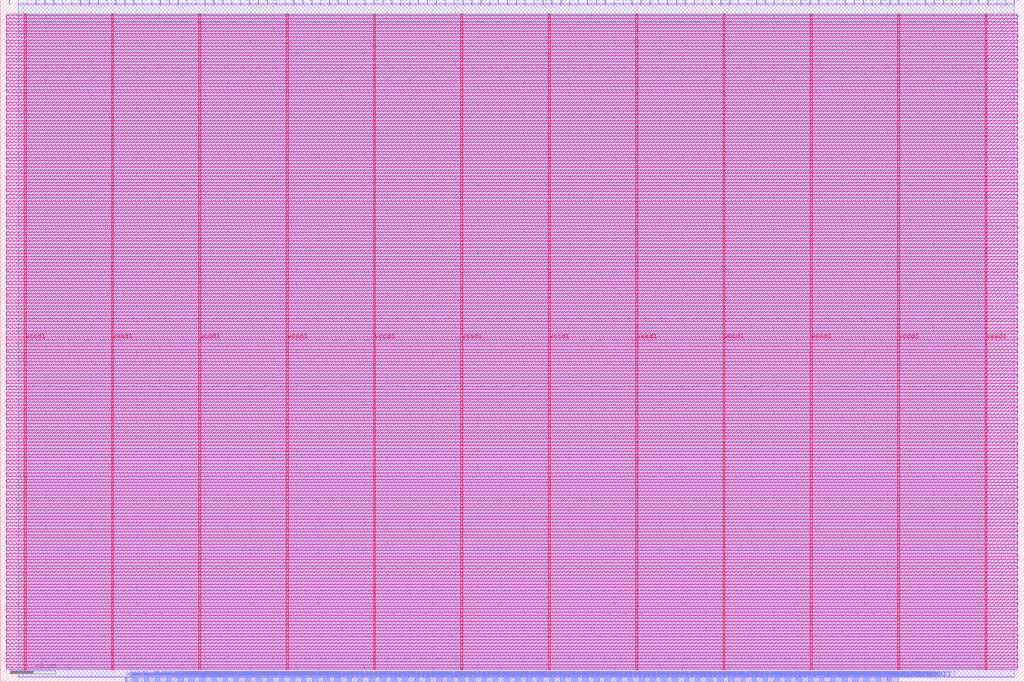
<source format=lef>
VERSION 5.7 ;
  NOWIREEXTENSIONATPIN ON ;
  DIVIDERCHAR "/" ;
  BUSBITCHARS "[]" ;
MACRO user_proj_example
  CLASS BLOCK ;
  FOREIGN user_proj_example ;
  ORIGIN 0.000 0.000 ;
  SIZE 900.000 BY 600.000 ;
  PIN io_in[0]
    DIRECTION INPUT ;
    USE SIGNAL ;
    PORT
      LAYER met2 ;
        RECT 7.910 596.000 8.190 600.000 ;
    END
  END io_in[0]
  PIN io_in[10]
    DIRECTION INPUT ;
    USE SIGNAL ;
    PORT
      LAYER met2 ;
        RECT 242.510 596.000 242.790 600.000 ;
    END
  END io_in[10]
  PIN io_in[11]
    DIRECTION INPUT ;
    USE SIGNAL ;
    PORT
      LAYER met2 ;
        RECT 265.970 596.000 266.250 600.000 ;
    END
  END io_in[11]
  PIN io_in[12]
    DIRECTION INPUT ;
    USE SIGNAL ;
    PORT
      LAYER met2 ;
        RECT 289.430 596.000 289.710 600.000 ;
    END
  END io_in[12]
  PIN io_in[13]
    DIRECTION INPUT ;
    USE SIGNAL ;
    PORT
      LAYER met2 ;
        RECT 312.890 596.000 313.170 600.000 ;
    END
  END io_in[13]
  PIN io_in[14]
    DIRECTION INPUT ;
    USE SIGNAL ;
    PORT
      LAYER met2 ;
        RECT 336.350 596.000 336.630 600.000 ;
    END
  END io_in[14]
  PIN io_in[15]
    DIRECTION INPUT ;
    USE SIGNAL ;
    PORT
      LAYER met2 ;
        RECT 359.810 596.000 360.090 600.000 ;
    END
  END io_in[15]
  PIN io_in[16]
    DIRECTION INPUT ;
    USE SIGNAL ;
    PORT
      LAYER met2 ;
        RECT 383.270 596.000 383.550 600.000 ;
    END
  END io_in[16]
  PIN io_in[17]
    DIRECTION INPUT ;
    USE SIGNAL ;
    PORT
      LAYER met2 ;
        RECT 406.730 596.000 407.010 600.000 ;
    END
  END io_in[17]
  PIN io_in[18]
    DIRECTION INPUT ;
    USE SIGNAL ;
    PORT
      LAYER met2 ;
        RECT 430.190 596.000 430.470 600.000 ;
    END
  END io_in[18]
  PIN io_in[19]
    DIRECTION INPUT ;
    USE SIGNAL ;
    PORT
      LAYER met2 ;
        RECT 453.650 596.000 453.930 600.000 ;
    END
  END io_in[19]
  PIN io_in[1]
    DIRECTION INPUT ;
    USE SIGNAL ;
    PORT
      LAYER met2 ;
        RECT 31.370 596.000 31.650 600.000 ;
    END
  END io_in[1]
  PIN io_in[20]
    DIRECTION INPUT ;
    USE SIGNAL ;
    PORT
      LAYER met2 ;
        RECT 477.110 596.000 477.390 600.000 ;
    END
  END io_in[20]
  PIN io_in[21]
    DIRECTION INPUT ;
    USE SIGNAL ;
    PORT
      LAYER met2 ;
        RECT 500.570 596.000 500.850 600.000 ;
    END
  END io_in[21]
  PIN io_in[22]
    DIRECTION INPUT ;
    USE SIGNAL ;
    PORT
      LAYER met2 ;
        RECT 524.030 596.000 524.310 600.000 ;
    END
  END io_in[22]
  PIN io_in[23]
    DIRECTION INPUT ;
    USE SIGNAL ;
    PORT
      LAYER met2 ;
        RECT 547.490 596.000 547.770 600.000 ;
    END
  END io_in[23]
  PIN io_in[24]
    DIRECTION INPUT ;
    USE SIGNAL ;
    PORT
      LAYER met2 ;
        RECT 570.950 596.000 571.230 600.000 ;
    END
  END io_in[24]
  PIN io_in[25]
    DIRECTION INPUT ;
    USE SIGNAL ;
    PORT
      LAYER met2 ;
        RECT 594.410 596.000 594.690 600.000 ;
    END
  END io_in[25]
  PIN io_in[26]
    DIRECTION INPUT ;
    USE SIGNAL ;
    PORT
      LAYER met2 ;
        RECT 617.870 596.000 618.150 600.000 ;
    END
  END io_in[26]
  PIN io_in[27]
    DIRECTION INPUT ;
    USE SIGNAL ;
    PORT
      LAYER met2 ;
        RECT 641.330 596.000 641.610 600.000 ;
    END
  END io_in[27]
  PIN io_in[28]
    DIRECTION INPUT ;
    USE SIGNAL ;
    PORT
      LAYER met2 ;
        RECT 664.790 596.000 665.070 600.000 ;
    END
  END io_in[28]
  PIN io_in[29]
    DIRECTION INPUT ;
    USE SIGNAL ;
    PORT
      LAYER met2 ;
        RECT 688.250 596.000 688.530 600.000 ;
    END
  END io_in[29]
  PIN io_in[2]
    DIRECTION INPUT ;
    USE SIGNAL ;
    PORT
      LAYER met2 ;
        RECT 54.830 596.000 55.110 600.000 ;
    END
  END io_in[2]
  PIN io_in[30]
    DIRECTION INPUT ;
    USE SIGNAL ;
    PORT
      LAYER met2 ;
        RECT 711.710 596.000 711.990 600.000 ;
    END
  END io_in[30]
  PIN io_in[31]
    DIRECTION INPUT ;
    USE SIGNAL ;
    PORT
      LAYER met2 ;
        RECT 735.170 596.000 735.450 600.000 ;
    END
  END io_in[31]
  PIN io_in[32]
    DIRECTION INPUT ;
    USE SIGNAL ;
    PORT
      LAYER met2 ;
        RECT 758.630 596.000 758.910 600.000 ;
    END
  END io_in[32]
  PIN io_in[33]
    DIRECTION INPUT ;
    USE SIGNAL ;
    PORT
      LAYER met2 ;
        RECT 782.090 596.000 782.370 600.000 ;
    END
  END io_in[33]
  PIN io_in[34]
    DIRECTION INPUT ;
    USE SIGNAL ;
    PORT
      LAYER met2 ;
        RECT 805.550 596.000 805.830 600.000 ;
    END
  END io_in[34]
  PIN io_in[35]
    DIRECTION INPUT ;
    USE SIGNAL ;
    PORT
      LAYER met2 ;
        RECT 829.010 596.000 829.290 600.000 ;
    END
  END io_in[35]
  PIN io_in[36]
    DIRECTION INPUT ;
    USE SIGNAL ;
    PORT
      LAYER met2 ;
        RECT 852.470 596.000 852.750 600.000 ;
    END
  END io_in[36]
  PIN io_in[37]
    DIRECTION INPUT ;
    USE SIGNAL ;
    PORT
      LAYER met2 ;
        RECT 875.930 596.000 876.210 600.000 ;
    END
  END io_in[37]
  PIN io_in[3]
    DIRECTION INPUT ;
    USE SIGNAL ;
    PORT
      LAYER met2 ;
        RECT 78.290 596.000 78.570 600.000 ;
    END
  END io_in[3]
  PIN io_in[4]
    DIRECTION INPUT ;
    USE SIGNAL ;
    PORT
      LAYER met2 ;
        RECT 101.750 596.000 102.030 600.000 ;
    END
  END io_in[4]
  PIN io_in[5]
    DIRECTION INPUT ;
    USE SIGNAL ;
    PORT
      LAYER met2 ;
        RECT 125.210 596.000 125.490 600.000 ;
    END
  END io_in[5]
  PIN io_in[6]
    DIRECTION INPUT ;
    USE SIGNAL ;
    PORT
      LAYER met2 ;
        RECT 148.670 596.000 148.950 600.000 ;
    END
  END io_in[6]
  PIN io_in[7]
    DIRECTION INPUT ;
    USE SIGNAL ;
    PORT
      LAYER met2 ;
        RECT 172.130 596.000 172.410 600.000 ;
    END
  END io_in[7]
  PIN io_in[8]
    DIRECTION INPUT ;
    USE SIGNAL ;
    PORT
      LAYER met2 ;
        RECT 195.590 596.000 195.870 600.000 ;
    END
  END io_in[8]
  PIN io_in[9]
    DIRECTION INPUT ;
    USE SIGNAL ;
    PORT
      LAYER met2 ;
        RECT 219.050 596.000 219.330 600.000 ;
    END
  END io_in[9]
  PIN io_oeb[0]
    DIRECTION OUTPUT TRISTATE ;
    USE SIGNAL ;
    PORT
      LAYER met2 ;
        RECT 15.730 596.000 16.010 600.000 ;
    END
  END io_oeb[0]
  PIN io_oeb[10]
    DIRECTION OUTPUT TRISTATE ;
    USE SIGNAL ;
    PORT
      LAYER met2 ;
        RECT 250.330 596.000 250.610 600.000 ;
    END
  END io_oeb[10]
  PIN io_oeb[11]
    DIRECTION OUTPUT TRISTATE ;
    USE SIGNAL ;
    PORT
      LAYER met2 ;
        RECT 273.790 596.000 274.070 600.000 ;
    END
  END io_oeb[11]
  PIN io_oeb[12]
    DIRECTION OUTPUT TRISTATE ;
    USE SIGNAL ;
    PORT
      LAYER met2 ;
        RECT 297.250 596.000 297.530 600.000 ;
    END
  END io_oeb[12]
  PIN io_oeb[13]
    DIRECTION OUTPUT TRISTATE ;
    USE SIGNAL ;
    PORT
      LAYER met2 ;
        RECT 320.710 596.000 320.990 600.000 ;
    END
  END io_oeb[13]
  PIN io_oeb[14]
    DIRECTION OUTPUT TRISTATE ;
    USE SIGNAL ;
    PORT
      LAYER met2 ;
        RECT 344.170 596.000 344.450 600.000 ;
    END
  END io_oeb[14]
  PIN io_oeb[15]
    DIRECTION OUTPUT TRISTATE ;
    USE SIGNAL ;
    PORT
      LAYER met2 ;
        RECT 367.630 596.000 367.910 600.000 ;
    END
  END io_oeb[15]
  PIN io_oeb[16]
    DIRECTION OUTPUT TRISTATE ;
    USE SIGNAL ;
    PORT
      LAYER met2 ;
        RECT 391.090 596.000 391.370 600.000 ;
    END
  END io_oeb[16]
  PIN io_oeb[17]
    DIRECTION OUTPUT TRISTATE ;
    USE SIGNAL ;
    PORT
      LAYER met2 ;
        RECT 414.550 596.000 414.830 600.000 ;
    END
  END io_oeb[17]
  PIN io_oeb[18]
    DIRECTION OUTPUT TRISTATE ;
    USE SIGNAL ;
    PORT
      LAYER met2 ;
        RECT 438.010 596.000 438.290 600.000 ;
    END
  END io_oeb[18]
  PIN io_oeb[19]
    DIRECTION OUTPUT TRISTATE ;
    USE SIGNAL ;
    PORT
      LAYER met2 ;
        RECT 461.470 596.000 461.750 600.000 ;
    END
  END io_oeb[19]
  PIN io_oeb[1]
    DIRECTION OUTPUT TRISTATE ;
    USE SIGNAL ;
    PORT
      LAYER met2 ;
        RECT 39.190 596.000 39.470 600.000 ;
    END
  END io_oeb[1]
  PIN io_oeb[20]
    DIRECTION OUTPUT TRISTATE ;
    USE SIGNAL ;
    PORT
      LAYER met2 ;
        RECT 484.930 596.000 485.210 600.000 ;
    END
  END io_oeb[20]
  PIN io_oeb[21]
    DIRECTION OUTPUT TRISTATE ;
    USE SIGNAL ;
    PORT
      LAYER met2 ;
        RECT 508.390 596.000 508.670 600.000 ;
    END
  END io_oeb[21]
  PIN io_oeb[22]
    DIRECTION OUTPUT TRISTATE ;
    USE SIGNAL ;
    PORT
      LAYER met2 ;
        RECT 531.850 596.000 532.130 600.000 ;
    END
  END io_oeb[22]
  PIN io_oeb[23]
    DIRECTION OUTPUT TRISTATE ;
    USE SIGNAL ;
    PORT
      LAYER met2 ;
        RECT 555.310 596.000 555.590 600.000 ;
    END
  END io_oeb[23]
  PIN io_oeb[24]
    DIRECTION OUTPUT TRISTATE ;
    USE SIGNAL ;
    PORT
      LAYER met2 ;
        RECT 578.770 596.000 579.050 600.000 ;
    END
  END io_oeb[24]
  PIN io_oeb[25]
    DIRECTION OUTPUT TRISTATE ;
    USE SIGNAL ;
    PORT
      LAYER met2 ;
        RECT 602.230 596.000 602.510 600.000 ;
    END
  END io_oeb[25]
  PIN io_oeb[26]
    DIRECTION OUTPUT TRISTATE ;
    USE SIGNAL ;
    PORT
      LAYER met2 ;
        RECT 625.690 596.000 625.970 600.000 ;
    END
  END io_oeb[26]
  PIN io_oeb[27]
    DIRECTION OUTPUT TRISTATE ;
    USE SIGNAL ;
    PORT
      LAYER met2 ;
        RECT 649.150 596.000 649.430 600.000 ;
    END
  END io_oeb[27]
  PIN io_oeb[28]
    DIRECTION OUTPUT TRISTATE ;
    USE SIGNAL ;
    PORT
      LAYER met2 ;
        RECT 672.610 596.000 672.890 600.000 ;
    END
  END io_oeb[28]
  PIN io_oeb[29]
    DIRECTION OUTPUT TRISTATE ;
    USE SIGNAL ;
    PORT
      LAYER met2 ;
        RECT 696.070 596.000 696.350 600.000 ;
    END
  END io_oeb[29]
  PIN io_oeb[2]
    DIRECTION OUTPUT TRISTATE ;
    USE SIGNAL ;
    PORT
      LAYER met2 ;
        RECT 62.650 596.000 62.930 600.000 ;
    END
  END io_oeb[2]
  PIN io_oeb[30]
    DIRECTION OUTPUT TRISTATE ;
    USE SIGNAL ;
    PORT
      LAYER met2 ;
        RECT 719.530 596.000 719.810 600.000 ;
    END
  END io_oeb[30]
  PIN io_oeb[31]
    DIRECTION OUTPUT TRISTATE ;
    USE SIGNAL ;
    PORT
      LAYER met2 ;
        RECT 742.990 596.000 743.270 600.000 ;
    END
  END io_oeb[31]
  PIN io_oeb[32]
    DIRECTION OUTPUT TRISTATE ;
    USE SIGNAL ;
    PORT
      LAYER met2 ;
        RECT 766.450 596.000 766.730 600.000 ;
    END
  END io_oeb[32]
  PIN io_oeb[33]
    DIRECTION OUTPUT TRISTATE ;
    USE SIGNAL ;
    PORT
      LAYER met2 ;
        RECT 789.910 596.000 790.190 600.000 ;
    END
  END io_oeb[33]
  PIN io_oeb[34]
    DIRECTION OUTPUT TRISTATE ;
    USE SIGNAL ;
    PORT
      LAYER met2 ;
        RECT 813.370 596.000 813.650 600.000 ;
    END
  END io_oeb[34]
  PIN io_oeb[35]
    DIRECTION OUTPUT TRISTATE ;
    USE SIGNAL ;
    PORT
      LAYER met2 ;
        RECT 836.830 596.000 837.110 600.000 ;
    END
  END io_oeb[35]
  PIN io_oeb[36]
    DIRECTION OUTPUT TRISTATE ;
    USE SIGNAL ;
    PORT
      LAYER met2 ;
        RECT 860.290 596.000 860.570 600.000 ;
    END
  END io_oeb[36]
  PIN io_oeb[37]
    DIRECTION OUTPUT TRISTATE ;
    USE SIGNAL ;
    PORT
      LAYER met2 ;
        RECT 883.750 596.000 884.030 600.000 ;
    END
  END io_oeb[37]
  PIN io_oeb[3]
    DIRECTION OUTPUT TRISTATE ;
    USE SIGNAL ;
    PORT
      LAYER met2 ;
        RECT 86.110 596.000 86.390 600.000 ;
    END
  END io_oeb[3]
  PIN io_oeb[4]
    DIRECTION OUTPUT TRISTATE ;
    USE SIGNAL ;
    PORT
      LAYER met2 ;
        RECT 109.570 596.000 109.850 600.000 ;
    END
  END io_oeb[4]
  PIN io_oeb[5]
    DIRECTION OUTPUT TRISTATE ;
    USE SIGNAL ;
    PORT
      LAYER met2 ;
        RECT 133.030 596.000 133.310 600.000 ;
    END
  END io_oeb[5]
  PIN io_oeb[6]
    DIRECTION OUTPUT TRISTATE ;
    USE SIGNAL ;
    PORT
      LAYER met2 ;
        RECT 156.490 596.000 156.770 600.000 ;
    END
  END io_oeb[6]
  PIN io_oeb[7]
    DIRECTION OUTPUT TRISTATE ;
    USE SIGNAL ;
    PORT
      LAYER met2 ;
        RECT 179.950 596.000 180.230 600.000 ;
    END
  END io_oeb[7]
  PIN io_oeb[8]
    DIRECTION OUTPUT TRISTATE ;
    USE SIGNAL ;
    PORT
      LAYER met2 ;
        RECT 203.410 596.000 203.690 600.000 ;
    END
  END io_oeb[8]
  PIN io_oeb[9]
    DIRECTION OUTPUT TRISTATE ;
    USE SIGNAL ;
    PORT
      LAYER met2 ;
        RECT 226.870 596.000 227.150 600.000 ;
    END
  END io_oeb[9]
  PIN io_out[0]
    DIRECTION OUTPUT TRISTATE ;
    USE SIGNAL ;
    PORT
      LAYER met2 ;
        RECT 23.550 596.000 23.830 600.000 ;
    END
  END io_out[0]
  PIN io_out[10]
    DIRECTION OUTPUT TRISTATE ;
    USE SIGNAL ;
    PORT
      LAYER met2 ;
        RECT 258.150 596.000 258.430 600.000 ;
    END
  END io_out[10]
  PIN io_out[11]
    DIRECTION OUTPUT TRISTATE ;
    USE SIGNAL ;
    PORT
      LAYER met2 ;
        RECT 281.610 596.000 281.890 600.000 ;
    END
  END io_out[11]
  PIN io_out[12]
    DIRECTION OUTPUT TRISTATE ;
    USE SIGNAL ;
    PORT
      LAYER met2 ;
        RECT 305.070 596.000 305.350 600.000 ;
    END
  END io_out[12]
  PIN io_out[13]
    DIRECTION OUTPUT TRISTATE ;
    USE SIGNAL ;
    PORT
      LAYER met2 ;
        RECT 328.530 596.000 328.810 600.000 ;
    END
  END io_out[13]
  PIN io_out[14]
    DIRECTION OUTPUT TRISTATE ;
    USE SIGNAL ;
    PORT
      LAYER met2 ;
        RECT 351.990 596.000 352.270 600.000 ;
    END
  END io_out[14]
  PIN io_out[15]
    DIRECTION OUTPUT TRISTATE ;
    USE SIGNAL ;
    PORT
      LAYER met2 ;
        RECT 375.450 596.000 375.730 600.000 ;
    END
  END io_out[15]
  PIN io_out[16]
    DIRECTION OUTPUT TRISTATE ;
    USE SIGNAL ;
    PORT
      LAYER met2 ;
        RECT 398.910 596.000 399.190 600.000 ;
    END
  END io_out[16]
  PIN io_out[17]
    DIRECTION OUTPUT TRISTATE ;
    USE SIGNAL ;
    PORT
      LAYER met2 ;
        RECT 422.370 596.000 422.650 600.000 ;
    END
  END io_out[17]
  PIN io_out[18]
    DIRECTION OUTPUT TRISTATE ;
    USE SIGNAL ;
    PORT
      LAYER met2 ;
        RECT 445.830 596.000 446.110 600.000 ;
    END
  END io_out[18]
  PIN io_out[19]
    DIRECTION OUTPUT TRISTATE ;
    USE SIGNAL ;
    PORT
      LAYER met2 ;
        RECT 469.290 596.000 469.570 600.000 ;
    END
  END io_out[19]
  PIN io_out[1]
    DIRECTION OUTPUT TRISTATE ;
    USE SIGNAL ;
    PORT
      LAYER met2 ;
        RECT 47.010 596.000 47.290 600.000 ;
    END
  END io_out[1]
  PIN io_out[20]
    DIRECTION OUTPUT TRISTATE ;
    USE SIGNAL ;
    PORT
      LAYER met2 ;
        RECT 492.750 596.000 493.030 600.000 ;
    END
  END io_out[20]
  PIN io_out[21]
    DIRECTION OUTPUT TRISTATE ;
    USE SIGNAL ;
    PORT
      LAYER met2 ;
        RECT 516.210 596.000 516.490 600.000 ;
    END
  END io_out[21]
  PIN io_out[22]
    DIRECTION OUTPUT TRISTATE ;
    USE SIGNAL ;
    PORT
      LAYER met2 ;
        RECT 539.670 596.000 539.950 600.000 ;
    END
  END io_out[22]
  PIN io_out[23]
    DIRECTION OUTPUT TRISTATE ;
    USE SIGNAL ;
    PORT
      LAYER met2 ;
        RECT 563.130 596.000 563.410 600.000 ;
    END
  END io_out[23]
  PIN io_out[24]
    DIRECTION OUTPUT TRISTATE ;
    USE SIGNAL ;
    PORT
      LAYER met2 ;
        RECT 586.590 596.000 586.870 600.000 ;
    END
  END io_out[24]
  PIN io_out[25]
    DIRECTION OUTPUT TRISTATE ;
    USE SIGNAL ;
    PORT
      LAYER met2 ;
        RECT 610.050 596.000 610.330 600.000 ;
    END
  END io_out[25]
  PIN io_out[26]
    DIRECTION OUTPUT TRISTATE ;
    USE SIGNAL ;
    PORT
      LAYER met2 ;
        RECT 633.510 596.000 633.790 600.000 ;
    END
  END io_out[26]
  PIN io_out[27]
    DIRECTION OUTPUT TRISTATE ;
    USE SIGNAL ;
    PORT
      LAYER met2 ;
        RECT 656.970 596.000 657.250 600.000 ;
    END
  END io_out[27]
  PIN io_out[28]
    DIRECTION OUTPUT TRISTATE ;
    USE SIGNAL ;
    PORT
      LAYER met2 ;
        RECT 680.430 596.000 680.710 600.000 ;
    END
  END io_out[28]
  PIN io_out[29]
    DIRECTION OUTPUT TRISTATE ;
    USE SIGNAL ;
    PORT
      LAYER met2 ;
        RECT 703.890 596.000 704.170 600.000 ;
    END
  END io_out[29]
  PIN io_out[2]
    DIRECTION OUTPUT TRISTATE ;
    USE SIGNAL ;
    PORT
      LAYER met2 ;
        RECT 70.470 596.000 70.750 600.000 ;
    END
  END io_out[2]
  PIN io_out[30]
    DIRECTION OUTPUT TRISTATE ;
    USE SIGNAL ;
    PORT
      LAYER met2 ;
        RECT 727.350 596.000 727.630 600.000 ;
    END
  END io_out[30]
  PIN io_out[31]
    DIRECTION OUTPUT TRISTATE ;
    USE SIGNAL ;
    PORT
      LAYER met2 ;
        RECT 750.810 596.000 751.090 600.000 ;
    END
  END io_out[31]
  PIN io_out[32]
    DIRECTION OUTPUT TRISTATE ;
    USE SIGNAL ;
    PORT
      LAYER met2 ;
        RECT 774.270 596.000 774.550 600.000 ;
    END
  END io_out[32]
  PIN io_out[33]
    DIRECTION OUTPUT TRISTATE ;
    USE SIGNAL ;
    PORT
      LAYER met2 ;
        RECT 797.730 596.000 798.010 600.000 ;
    END
  END io_out[33]
  PIN io_out[34]
    DIRECTION OUTPUT TRISTATE ;
    USE SIGNAL ;
    PORT
      LAYER met2 ;
        RECT 821.190 596.000 821.470 600.000 ;
    END
  END io_out[34]
  PIN io_out[35]
    DIRECTION OUTPUT TRISTATE ;
    USE SIGNAL ;
    PORT
      LAYER met2 ;
        RECT 844.650 596.000 844.930 600.000 ;
    END
  END io_out[35]
  PIN io_out[36]
    DIRECTION OUTPUT TRISTATE ;
    USE SIGNAL ;
    PORT
      LAYER met2 ;
        RECT 868.110 596.000 868.390 600.000 ;
    END
  END io_out[36]
  PIN io_out[37]
    DIRECTION OUTPUT TRISTATE ;
    USE SIGNAL ;
    PORT
      LAYER met2 ;
        RECT 891.570 596.000 891.850 600.000 ;
    END
  END io_out[37]
  PIN io_out[3]
    DIRECTION OUTPUT TRISTATE ;
    USE SIGNAL ;
    PORT
      LAYER met2 ;
        RECT 93.930 596.000 94.210 600.000 ;
    END
  END io_out[3]
  PIN io_out[4]
    DIRECTION OUTPUT TRISTATE ;
    USE SIGNAL ;
    PORT
      LAYER met2 ;
        RECT 117.390 596.000 117.670 600.000 ;
    END
  END io_out[4]
  PIN io_out[5]
    DIRECTION OUTPUT TRISTATE ;
    USE SIGNAL ;
    PORT
      LAYER met2 ;
        RECT 140.850 596.000 141.130 600.000 ;
    END
  END io_out[5]
  PIN io_out[6]
    DIRECTION OUTPUT TRISTATE ;
    USE SIGNAL ;
    PORT
      LAYER met2 ;
        RECT 164.310 596.000 164.590 600.000 ;
    END
  END io_out[6]
  PIN io_out[7]
    DIRECTION OUTPUT TRISTATE ;
    USE SIGNAL ;
    PORT
      LAYER met2 ;
        RECT 187.770 596.000 188.050 600.000 ;
    END
  END io_out[7]
  PIN io_out[8]
    DIRECTION OUTPUT TRISTATE ;
    USE SIGNAL ;
    PORT
      LAYER met2 ;
        RECT 211.230 596.000 211.510 600.000 ;
    END
  END io_out[8]
  PIN io_out[9]
    DIRECTION OUTPUT TRISTATE ;
    USE SIGNAL ;
    PORT
      LAYER met2 ;
        RECT 234.690 596.000 234.970 600.000 ;
    END
  END io_out[9]
  PIN irq[0]
    DIRECTION OUTPUT TRISTATE ;
    USE SIGNAL ;
    PORT
      LAYER met2 ;
        RECT 786.230 0.000 786.510 4.000 ;
    END
  END irq[0]
  PIN irq[1]
    DIRECTION OUTPUT TRISTATE ;
    USE SIGNAL ;
    PORT
      LAYER met2 ;
        RECT 787.610 0.000 787.890 4.000 ;
    END
  END irq[1]
  PIN irq[2]
    DIRECTION OUTPUT TRISTATE ;
    USE SIGNAL ;
    PORT
      LAYER met2 ;
        RECT 788.990 0.000 789.270 4.000 ;
    END
  END irq[2]
  PIN la_data_in[0]
    DIRECTION INPUT ;
    USE SIGNAL ;
    PORT
      LAYER met2 ;
        RECT 256.310 0.000 256.590 4.000 ;
    END
  END la_data_in[0]
  PIN la_data_in[100]
    DIRECTION INPUT ;
    USE SIGNAL ;
    PORT
      LAYER met2 ;
        RECT 670.310 0.000 670.590 4.000 ;
    END
  END la_data_in[100]
  PIN la_data_in[101]
    DIRECTION INPUT ;
    USE SIGNAL ;
    PORT
      LAYER met2 ;
        RECT 674.450 0.000 674.730 4.000 ;
    END
  END la_data_in[101]
  PIN la_data_in[102]
    DIRECTION INPUT ;
    USE SIGNAL ;
    PORT
      LAYER met2 ;
        RECT 678.590 0.000 678.870 4.000 ;
    END
  END la_data_in[102]
  PIN la_data_in[103]
    DIRECTION INPUT ;
    USE SIGNAL ;
    PORT
      LAYER met2 ;
        RECT 682.730 0.000 683.010 4.000 ;
    END
  END la_data_in[103]
  PIN la_data_in[104]
    DIRECTION INPUT ;
    USE SIGNAL ;
    PORT
      LAYER met2 ;
        RECT 686.870 0.000 687.150 4.000 ;
    END
  END la_data_in[104]
  PIN la_data_in[105]
    DIRECTION INPUT ;
    USE SIGNAL ;
    PORT
      LAYER met2 ;
        RECT 691.010 0.000 691.290 4.000 ;
    END
  END la_data_in[105]
  PIN la_data_in[106]
    DIRECTION INPUT ;
    USE SIGNAL ;
    PORT
      LAYER met2 ;
        RECT 695.150 0.000 695.430 4.000 ;
    END
  END la_data_in[106]
  PIN la_data_in[107]
    DIRECTION INPUT ;
    USE SIGNAL ;
    PORT
      LAYER met2 ;
        RECT 699.290 0.000 699.570 4.000 ;
    END
  END la_data_in[107]
  PIN la_data_in[108]
    DIRECTION INPUT ;
    USE SIGNAL ;
    PORT
      LAYER met2 ;
        RECT 703.430 0.000 703.710 4.000 ;
    END
  END la_data_in[108]
  PIN la_data_in[109]
    DIRECTION INPUT ;
    USE SIGNAL ;
    PORT
      LAYER met2 ;
        RECT 707.570 0.000 707.850 4.000 ;
    END
  END la_data_in[109]
  PIN la_data_in[10]
    DIRECTION INPUT ;
    USE SIGNAL ;
    PORT
      LAYER met2 ;
        RECT 297.710 0.000 297.990 4.000 ;
    END
  END la_data_in[10]
  PIN la_data_in[110]
    DIRECTION INPUT ;
    USE SIGNAL ;
    PORT
      LAYER met2 ;
        RECT 711.710 0.000 711.990 4.000 ;
    END
  END la_data_in[110]
  PIN la_data_in[111]
    DIRECTION INPUT ;
    USE SIGNAL ;
    PORT
      LAYER met2 ;
        RECT 715.850 0.000 716.130 4.000 ;
    END
  END la_data_in[111]
  PIN la_data_in[112]
    DIRECTION INPUT ;
    USE SIGNAL ;
    PORT
      LAYER met2 ;
        RECT 719.990 0.000 720.270 4.000 ;
    END
  END la_data_in[112]
  PIN la_data_in[113]
    DIRECTION INPUT ;
    USE SIGNAL ;
    PORT
      LAYER met2 ;
        RECT 724.130 0.000 724.410 4.000 ;
    END
  END la_data_in[113]
  PIN la_data_in[114]
    DIRECTION INPUT ;
    USE SIGNAL ;
    PORT
      LAYER met2 ;
        RECT 728.270 0.000 728.550 4.000 ;
    END
  END la_data_in[114]
  PIN la_data_in[115]
    DIRECTION INPUT ;
    USE SIGNAL ;
    PORT
      LAYER met2 ;
        RECT 732.410 0.000 732.690 4.000 ;
    END
  END la_data_in[115]
  PIN la_data_in[116]
    DIRECTION INPUT ;
    USE SIGNAL ;
    PORT
      LAYER met2 ;
        RECT 736.550 0.000 736.830 4.000 ;
    END
  END la_data_in[116]
  PIN la_data_in[117]
    DIRECTION INPUT ;
    USE SIGNAL ;
    PORT
      LAYER met2 ;
        RECT 740.690 0.000 740.970 4.000 ;
    END
  END la_data_in[117]
  PIN la_data_in[118]
    DIRECTION INPUT ;
    USE SIGNAL ;
    PORT
      LAYER met2 ;
        RECT 744.830 0.000 745.110 4.000 ;
    END
  END la_data_in[118]
  PIN la_data_in[119]
    DIRECTION INPUT ;
    USE SIGNAL ;
    PORT
      LAYER met2 ;
        RECT 748.970 0.000 749.250 4.000 ;
    END
  END la_data_in[119]
  PIN la_data_in[11]
    DIRECTION INPUT ;
    USE SIGNAL ;
    PORT
      LAYER met2 ;
        RECT 301.850 0.000 302.130 4.000 ;
    END
  END la_data_in[11]
  PIN la_data_in[120]
    DIRECTION INPUT ;
    USE SIGNAL ;
    PORT
      LAYER met2 ;
        RECT 753.110 0.000 753.390 4.000 ;
    END
  END la_data_in[120]
  PIN la_data_in[121]
    DIRECTION INPUT ;
    USE SIGNAL ;
    PORT
      LAYER met2 ;
        RECT 757.250 0.000 757.530 4.000 ;
    END
  END la_data_in[121]
  PIN la_data_in[122]
    DIRECTION INPUT ;
    USE SIGNAL ;
    PORT
      LAYER met2 ;
        RECT 761.390 0.000 761.670 4.000 ;
    END
  END la_data_in[122]
  PIN la_data_in[123]
    DIRECTION INPUT ;
    USE SIGNAL ;
    PORT
      LAYER met2 ;
        RECT 765.530 0.000 765.810 4.000 ;
    END
  END la_data_in[123]
  PIN la_data_in[124]
    DIRECTION INPUT ;
    USE SIGNAL ;
    PORT
      LAYER met2 ;
        RECT 769.670 0.000 769.950 4.000 ;
    END
  END la_data_in[124]
  PIN la_data_in[125]
    DIRECTION INPUT ;
    USE SIGNAL ;
    PORT
      LAYER met2 ;
        RECT 773.810 0.000 774.090 4.000 ;
    END
  END la_data_in[125]
  PIN la_data_in[126]
    DIRECTION INPUT ;
    USE SIGNAL ;
    PORT
      LAYER met2 ;
        RECT 777.950 0.000 778.230 4.000 ;
    END
  END la_data_in[126]
  PIN la_data_in[127]
    DIRECTION INPUT ;
    USE SIGNAL ;
    PORT
      LAYER met2 ;
        RECT 782.090 0.000 782.370 4.000 ;
    END
  END la_data_in[127]
  PIN la_data_in[12]
    DIRECTION INPUT ;
    USE SIGNAL ;
    PORT
      LAYER met2 ;
        RECT 305.990 0.000 306.270 4.000 ;
    END
  END la_data_in[12]
  PIN la_data_in[13]
    DIRECTION INPUT ;
    USE SIGNAL ;
    PORT
      LAYER met2 ;
        RECT 310.130 0.000 310.410 4.000 ;
    END
  END la_data_in[13]
  PIN la_data_in[14]
    DIRECTION INPUT ;
    USE SIGNAL ;
    PORT
      LAYER met2 ;
        RECT 314.270 0.000 314.550 4.000 ;
    END
  END la_data_in[14]
  PIN la_data_in[15]
    DIRECTION INPUT ;
    USE SIGNAL ;
    PORT
      LAYER met2 ;
        RECT 318.410 0.000 318.690 4.000 ;
    END
  END la_data_in[15]
  PIN la_data_in[16]
    DIRECTION INPUT ;
    USE SIGNAL ;
    PORT
      LAYER met2 ;
        RECT 322.550 0.000 322.830 4.000 ;
    END
  END la_data_in[16]
  PIN la_data_in[17]
    DIRECTION INPUT ;
    USE SIGNAL ;
    PORT
      LAYER met2 ;
        RECT 326.690 0.000 326.970 4.000 ;
    END
  END la_data_in[17]
  PIN la_data_in[18]
    DIRECTION INPUT ;
    USE SIGNAL ;
    PORT
      LAYER met2 ;
        RECT 330.830 0.000 331.110 4.000 ;
    END
  END la_data_in[18]
  PIN la_data_in[19]
    DIRECTION INPUT ;
    USE SIGNAL ;
    PORT
      LAYER met2 ;
        RECT 334.970 0.000 335.250 4.000 ;
    END
  END la_data_in[19]
  PIN la_data_in[1]
    DIRECTION INPUT ;
    USE SIGNAL ;
    PORT
      LAYER met2 ;
        RECT 260.450 0.000 260.730 4.000 ;
    END
  END la_data_in[1]
  PIN la_data_in[20]
    DIRECTION INPUT ;
    USE SIGNAL ;
    PORT
      LAYER met2 ;
        RECT 339.110 0.000 339.390 4.000 ;
    END
  END la_data_in[20]
  PIN la_data_in[21]
    DIRECTION INPUT ;
    USE SIGNAL ;
    PORT
      LAYER met2 ;
        RECT 343.250 0.000 343.530 4.000 ;
    END
  END la_data_in[21]
  PIN la_data_in[22]
    DIRECTION INPUT ;
    USE SIGNAL ;
    PORT
      LAYER met2 ;
        RECT 347.390 0.000 347.670 4.000 ;
    END
  END la_data_in[22]
  PIN la_data_in[23]
    DIRECTION INPUT ;
    USE SIGNAL ;
    PORT
      LAYER met2 ;
        RECT 351.530 0.000 351.810 4.000 ;
    END
  END la_data_in[23]
  PIN la_data_in[24]
    DIRECTION INPUT ;
    USE SIGNAL ;
    PORT
      LAYER met2 ;
        RECT 355.670 0.000 355.950 4.000 ;
    END
  END la_data_in[24]
  PIN la_data_in[25]
    DIRECTION INPUT ;
    USE SIGNAL ;
    PORT
      LAYER met2 ;
        RECT 359.810 0.000 360.090 4.000 ;
    END
  END la_data_in[25]
  PIN la_data_in[26]
    DIRECTION INPUT ;
    USE SIGNAL ;
    PORT
      LAYER met2 ;
        RECT 363.950 0.000 364.230 4.000 ;
    END
  END la_data_in[26]
  PIN la_data_in[27]
    DIRECTION INPUT ;
    USE SIGNAL ;
    PORT
      LAYER met2 ;
        RECT 368.090 0.000 368.370 4.000 ;
    END
  END la_data_in[27]
  PIN la_data_in[28]
    DIRECTION INPUT ;
    USE SIGNAL ;
    PORT
      LAYER met2 ;
        RECT 372.230 0.000 372.510 4.000 ;
    END
  END la_data_in[28]
  PIN la_data_in[29]
    DIRECTION INPUT ;
    USE SIGNAL ;
    PORT
      LAYER met2 ;
        RECT 376.370 0.000 376.650 4.000 ;
    END
  END la_data_in[29]
  PIN la_data_in[2]
    DIRECTION INPUT ;
    USE SIGNAL ;
    PORT
      LAYER met2 ;
        RECT 264.590 0.000 264.870 4.000 ;
    END
  END la_data_in[2]
  PIN la_data_in[30]
    DIRECTION INPUT ;
    USE SIGNAL ;
    PORT
      LAYER met2 ;
        RECT 380.510 0.000 380.790 4.000 ;
    END
  END la_data_in[30]
  PIN la_data_in[31]
    DIRECTION INPUT ;
    USE SIGNAL ;
    PORT
      LAYER met2 ;
        RECT 384.650 0.000 384.930 4.000 ;
    END
  END la_data_in[31]
  PIN la_data_in[32]
    DIRECTION INPUT ;
    USE SIGNAL ;
    PORT
      LAYER met2 ;
        RECT 388.790 0.000 389.070 4.000 ;
    END
  END la_data_in[32]
  PIN la_data_in[33]
    DIRECTION INPUT ;
    USE SIGNAL ;
    PORT
      LAYER met2 ;
        RECT 392.930 0.000 393.210 4.000 ;
    END
  END la_data_in[33]
  PIN la_data_in[34]
    DIRECTION INPUT ;
    USE SIGNAL ;
    PORT
      LAYER met2 ;
        RECT 397.070 0.000 397.350 4.000 ;
    END
  END la_data_in[34]
  PIN la_data_in[35]
    DIRECTION INPUT ;
    USE SIGNAL ;
    PORT
      LAYER met2 ;
        RECT 401.210 0.000 401.490 4.000 ;
    END
  END la_data_in[35]
  PIN la_data_in[36]
    DIRECTION INPUT ;
    USE SIGNAL ;
    PORT
      LAYER met2 ;
        RECT 405.350 0.000 405.630 4.000 ;
    END
  END la_data_in[36]
  PIN la_data_in[37]
    DIRECTION INPUT ;
    USE SIGNAL ;
    PORT
      LAYER met2 ;
        RECT 409.490 0.000 409.770 4.000 ;
    END
  END la_data_in[37]
  PIN la_data_in[38]
    DIRECTION INPUT ;
    USE SIGNAL ;
    PORT
      LAYER met2 ;
        RECT 413.630 0.000 413.910 4.000 ;
    END
  END la_data_in[38]
  PIN la_data_in[39]
    DIRECTION INPUT ;
    USE SIGNAL ;
    PORT
      LAYER met2 ;
        RECT 417.770 0.000 418.050 4.000 ;
    END
  END la_data_in[39]
  PIN la_data_in[3]
    DIRECTION INPUT ;
    USE SIGNAL ;
    PORT
      LAYER met2 ;
        RECT 268.730 0.000 269.010 4.000 ;
    END
  END la_data_in[3]
  PIN la_data_in[40]
    DIRECTION INPUT ;
    USE SIGNAL ;
    PORT
      LAYER met2 ;
        RECT 421.910 0.000 422.190 4.000 ;
    END
  END la_data_in[40]
  PIN la_data_in[41]
    DIRECTION INPUT ;
    USE SIGNAL ;
    PORT
      LAYER met2 ;
        RECT 426.050 0.000 426.330 4.000 ;
    END
  END la_data_in[41]
  PIN la_data_in[42]
    DIRECTION INPUT ;
    USE SIGNAL ;
    PORT
      LAYER met2 ;
        RECT 430.190 0.000 430.470 4.000 ;
    END
  END la_data_in[42]
  PIN la_data_in[43]
    DIRECTION INPUT ;
    USE SIGNAL ;
    PORT
      LAYER met2 ;
        RECT 434.330 0.000 434.610 4.000 ;
    END
  END la_data_in[43]
  PIN la_data_in[44]
    DIRECTION INPUT ;
    USE SIGNAL ;
    PORT
      LAYER met2 ;
        RECT 438.470 0.000 438.750 4.000 ;
    END
  END la_data_in[44]
  PIN la_data_in[45]
    DIRECTION INPUT ;
    USE SIGNAL ;
    PORT
      LAYER met2 ;
        RECT 442.610 0.000 442.890 4.000 ;
    END
  END la_data_in[45]
  PIN la_data_in[46]
    DIRECTION INPUT ;
    USE SIGNAL ;
    PORT
      LAYER met2 ;
        RECT 446.750 0.000 447.030 4.000 ;
    END
  END la_data_in[46]
  PIN la_data_in[47]
    DIRECTION INPUT ;
    USE SIGNAL ;
    PORT
      LAYER met2 ;
        RECT 450.890 0.000 451.170 4.000 ;
    END
  END la_data_in[47]
  PIN la_data_in[48]
    DIRECTION INPUT ;
    USE SIGNAL ;
    PORT
      LAYER met2 ;
        RECT 455.030 0.000 455.310 4.000 ;
    END
  END la_data_in[48]
  PIN la_data_in[49]
    DIRECTION INPUT ;
    USE SIGNAL ;
    PORT
      LAYER met2 ;
        RECT 459.170 0.000 459.450 4.000 ;
    END
  END la_data_in[49]
  PIN la_data_in[4]
    DIRECTION INPUT ;
    USE SIGNAL ;
    PORT
      LAYER met2 ;
        RECT 272.870 0.000 273.150 4.000 ;
    END
  END la_data_in[4]
  PIN la_data_in[50]
    DIRECTION INPUT ;
    USE SIGNAL ;
    PORT
      LAYER met2 ;
        RECT 463.310 0.000 463.590 4.000 ;
    END
  END la_data_in[50]
  PIN la_data_in[51]
    DIRECTION INPUT ;
    USE SIGNAL ;
    PORT
      LAYER met2 ;
        RECT 467.450 0.000 467.730 4.000 ;
    END
  END la_data_in[51]
  PIN la_data_in[52]
    DIRECTION INPUT ;
    USE SIGNAL ;
    PORT
      LAYER met2 ;
        RECT 471.590 0.000 471.870 4.000 ;
    END
  END la_data_in[52]
  PIN la_data_in[53]
    DIRECTION INPUT ;
    USE SIGNAL ;
    PORT
      LAYER met2 ;
        RECT 475.730 0.000 476.010 4.000 ;
    END
  END la_data_in[53]
  PIN la_data_in[54]
    DIRECTION INPUT ;
    USE SIGNAL ;
    PORT
      LAYER met2 ;
        RECT 479.870 0.000 480.150 4.000 ;
    END
  END la_data_in[54]
  PIN la_data_in[55]
    DIRECTION INPUT ;
    USE SIGNAL ;
    PORT
      LAYER met2 ;
        RECT 484.010 0.000 484.290 4.000 ;
    END
  END la_data_in[55]
  PIN la_data_in[56]
    DIRECTION INPUT ;
    USE SIGNAL ;
    PORT
      LAYER met2 ;
        RECT 488.150 0.000 488.430 4.000 ;
    END
  END la_data_in[56]
  PIN la_data_in[57]
    DIRECTION INPUT ;
    USE SIGNAL ;
    PORT
      LAYER met2 ;
        RECT 492.290 0.000 492.570 4.000 ;
    END
  END la_data_in[57]
  PIN la_data_in[58]
    DIRECTION INPUT ;
    USE SIGNAL ;
    PORT
      LAYER met2 ;
        RECT 496.430 0.000 496.710 4.000 ;
    END
  END la_data_in[58]
  PIN la_data_in[59]
    DIRECTION INPUT ;
    USE SIGNAL ;
    PORT
      LAYER met2 ;
        RECT 500.570 0.000 500.850 4.000 ;
    END
  END la_data_in[59]
  PIN la_data_in[5]
    DIRECTION INPUT ;
    USE SIGNAL ;
    PORT
      LAYER met2 ;
        RECT 277.010 0.000 277.290 4.000 ;
    END
  END la_data_in[5]
  PIN la_data_in[60]
    DIRECTION INPUT ;
    USE SIGNAL ;
    PORT
      LAYER met2 ;
        RECT 504.710 0.000 504.990 4.000 ;
    END
  END la_data_in[60]
  PIN la_data_in[61]
    DIRECTION INPUT ;
    USE SIGNAL ;
    PORT
      LAYER met2 ;
        RECT 508.850 0.000 509.130 4.000 ;
    END
  END la_data_in[61]
  PIN la_data_in[62]
    DIRECTION INPUT ;
    USE SIGNAL ;
    PORT
      LAYER met2 ;
        RECT 512.990 0.000 513.270 4.000 ;
    END
  END la_data_in[62]
  PIN la_data_in[63]
    DIRECTION INPUT ;
    USE SIGNAL ;
    PORT
      LAYER met2 ;
        RECT 517.130 0.000 517.410 4.000 ;
    END
  END la_data_in[63]
  PIN la_data_in[64]
    DIRECTION INPUT ;
    USE SIGNAL ;
    PORT
      LAYER met2 ;
        RECT 521.270 0.000 521.550 4.000 ;
    END
  END la_data_in[64]
  PIN la_data_in[65]
    DIRECTION INPUT ;
    USE SIGNAL ;
    PORT
      LAYER met2 ;
        RECT 525.410 0.000 525.690 4.000 ;
    END
  END la_data_in[65]
  PIN la_data_in[66]
    DIRECTION INPUT ;
    USE SIGNAL ;
    PORT
      LAYER met2 ;
        RECT 529.550 0.000 529.830 4.000 ;
    END
  END la_data_in[66]
  PIN la_data_in[67]
    DIRECTION INPUT ;
    USE SIGNAL ;
    PORT
      LAYER met2 ;
        RECT 533.690 0.000 533.970 4.000 ;
    END
  END la_data_in[67]
  PIN la_data_in[68]
    DIRECTION INPUT ;
    USE SIGNAL ;
    PORT
      LAYER met2 ;
        RECT 537.830 0.000 538.110 4.000 ;
    END
  END la_data_in[68]
  PIN la_data_in[69]
    DIRECTION INPUT ;
    USE SIGNAL ;
    PORT
      LAYER met2 ;
        RECT 541.970 0.000 542.250 4.000 ;
    END
  END la_data_in[69]
  PIN la_data_in[6]
    DIRECTION INPUT ;
    USE SIGNAL ;
    PORT
      LAYER met2 ;
        RECT 281.150 0.000 281.430 4.000 ;
    END
  END la_data_in[6]
  PIN la_data_in[70]
    DIRECTION INPUT ;
    USE SIGNAL ;
    PORT
      LAYER met2 ;
        RECT 546.110 0.000 546.390 4.000 ;
    END
  END la_data_in[70]
  PIN la_data_in[71]
    DIRECTION INPUT ;
    USE SIGNAL ;
    PORT
      LAYER met2 ;
        RECT 550.250 0.000 550.530 4.000 ;
    END
  END la_data_in[71]
  PIN la_data_in[72]
    DIRECTION INPUT ;
    USE SIGNAL ;
    PORT
      LAYER met2 ;
        RECT 554.390 0.000 554.670 4.000 ;
    END
  END la_data_in[72]
  PIN la_data_in[73]
    DIRECTION INPUT ;
    USE SIGNAL ;
    PORT
      LAYER met2 ;
        RECT 558.530 0.000 558.810 4.000 ;
    END
  END la_data_in[73]
  PIN la_data_in[74]
    DIRECTION INPUT ;
    USE SIGNAL ;
    PORT
      LAYER met2 ;
        RECT 562.670 0.000 562.950 4.000 ;
    END
  END la_data_in[74]
  PIN la_data_in[75]
    DIRECTION INPUT ;
    USE SIGNAL ;
    PORT
      LAYER met2 ;
        RECT 566.810 0.000 567.090 4.000 ;
    END
  END la_data_in[75]
  PIN la_data_in[76]
    DIRECTION INPUT ;
    USE SIGNAL ;
    PORT
      LAYER met2 ;
        RECT 570.950 0.000 571.230 4.000 ;
    END
  END la_data_in[76]
  PIN la_data_in[77]
    DIRECTION INPUT ;
    USE SIGNAL ;
    PORT
      LAYER met2 ;
        RECT 575.090 0.000 575.370 4.000 ;
    END
  END la_data_in[77]
  PIN la_data_in[78]
    DIRECTION INPUT ;
    USE SIGNAL ;
    PORT
      LAYER met2 ;
        RECT 579.230 0.000 579.510 4.000 ;
    END
  END la_data_in[78]
  PIN la_data_in[79]
    DIRECTION INPUT ;
    USE SIGNAL ;
    PORT
      LAYER met2 ;
        RECT 583.370 0.000 583.650 4.000 ;
    END
  END la_data_in[79]
  PIN la_data_in[7]
    DIRECTION INPUT ;
    USE SIGNAL ;
    PORT
      LAYER met2 ;
        RECT 285.290 0.000 285.570 4.000 ;
    END
  END la_data_in[7]
  PIN la_data_in[80]
    DIRECTION INPUT ;
    USE SIGNAL ;
    PORT
      LAYER met2 ;
        RECT 587.510 0.000 587.790 4.000 ;
    END
  END la_data_in[80]
  PIN la_data_in[81]
    DIRECTION INPUT ;
    USE SIGNAL ;
    PORT
      LAYER met2 ;
        RECT 591.650 0.000 591.930 4.000 ;
    END
  END la_data_in[81]
  PIN la_data_in[82]
    DIRECTION INPUT ;
    USE SIGNAL ;
    PORT
      LAYER met2 ;
        RECT 595.790 0.000 596.070 4.000 ;
    END
  END la_data_in[82]
  PIN la_data_in[83]
    DIRECTION INPUT ;
    USE SIGNAL ;
    PORT
      LAYER met2 ;
        RECT 599.930 0.000 600.210 4.000 ;
    END
  END la_data_in[83]
  PIN la_data_in[84]
    DIRECTION INPUT ;
    USE SIGNAL ;
    PORT
      LAYER met2 ;
        RECT 604.070 0.000 604.350 4.000 ;
    END
  END la_data_in[84]
  PIN la_data_in[85]
    DIRECTION INPUT ;
    USE SIGNAL ;
    PORT
      LAYER met2 ;
        RECT 608.210 0.000 608.490 4.000 ;
    END
  END la_data_in[85]
  PIN la_data_in[86]
    DIRECTION INPUT ;
    USE SIGNAL ;
    PORT
      LAYER met2 ;
        RECT 612.350 0.000 612.630 4.000 ;
    END
  END la_data_in[86]
  PIN la_data_in[87]
    DIRECTION INPUT ;
    USE SIGNAL ;
    PORT
      LAYER met2 ;
        RECT 616.490 0.000 616.770 4.000 ;
    END
  END la_data_in[87]
  PIN la_data_in[88]
    DIRECTION INPUT ;
    USE SIGNAL ;
    PORT
      LAYER met2 ;
        RECT 620.630 0.000 620.910 4.000 ;
    END
  END la_data_in[88]
  PIN la_data_in[89]
    DIRECTION INPUT ;
    USE SIGNAL ;
    PORT
      LAYER met2 ;
        RECT 624.770 0.000 625.050 4.000 ;
    END
  END la_data_in[89]
  PIN la_data_in[8]
    DIRECTION INPUT ;
    USE SIGNAL ;
    PORT
      LAYER met2 ;
        RECT 289.430 0.000 289.710 4.000 ;
    END
  END la_data_in[8]
  PIN la_data_in[90]
    DIRECTION INPUT ;
    USE SIGNAL ;
    PORT
      LAYER met2 ;
        RECT 628.910 0.000 629.190 4.000 ;
    END
  END la_data_in[90]
  PIN la_data_in[91]
    DIRECTION INPUT ;
    USE SIGNAL ;
    PORT
      LAYER met2 ;
        RECT 633.050 0.000 633.330 4.000 ;
    END
  END la_data_in[91]
  PIN la_data_in[92]
    DIRECTION INPUT ;
    USE SIGNAL ;
    PORT
      LAYER met2 ;
        RECT 637.190 0.000 637.470 4.000 ;
    END
  END la_data_in[92]
  PIN la_data_in[93]
    DIRECTION INPUT ;
    USE SIGNAL ;
    PORT
      LAYER met2 ;
        RECT 641.330 0.000 641.610 4.000 ;
    END
  END la_data_in[93]
  PIN la_data_in[94]
    DIRECTION INPUT ;
    USE SIGNAL ;
    PORT
      LAYER met2 ;
        RECT 645.470 0.000 645.750 4.000 ;
    END
  END la_data_in[94]
  PIN la_data_in[95]
    DIRECTION INPUT ;
    USE SIGNAL ;
    PORT
      LAYER met2 ;
        RECT 649.610 0.000 649.890 4.000 ;
    END
  END la_data_in[95]
  PIN la_data_in[96]
    DIRECTION INPUT ;
    USE SIGNAL ;
    PORT
      LAYER met2 ;
        RECT 653.750 0.000 654.030 4.000 ;
    END
  END la_data_in[96]
  PIN la_data_in[97]
    DIRECTION INPUT ;
    USE SIGNAL ;
    PORT
      LAYER met2 ;
        RECT 657.890 0.000 658.170 4.000 ;
    END
  END la_data_in[97]
  PIN la_data_in[98]
    DIRECTION INPUT ;
    USE SIGNAL ;
    PORT
      LAYER met2 ;
        RECT 662.030 0.000 662.310 4.000 ;
    END
  END la_data_in[98]
  PIN la_data_in[99]
    DIRECTION INPUT ;
    USE SIGNAL ;
    PORT
      LAYER met2 ;
        RECT 666.170 0.000 666.450 4.000 ;
    END
  END la_data_in[99]
  PIN la_data_in[9]
    DIRECTION INPUT ;
    USE SIGNAL ;
    PORT
      LAYER met2 ;
        RECT 293.570 0.000 293.850 4.000 ;
    END
  END la_data_in[9]
  PIN la_data_out[0]
    DIRECTION OUTPUT TRISTATE ;
    USE SIGNAL ;
    PORT
      LAYER met2 ;
        RECT 257.690 0.000 257.970 4.000 ;
    END
  END la_data_out[0]
  PIN la_data_out[100]
    DIRECTION OUTPUT TRISTATE ;
    USE SIGNAL ;
    PORT
      LAYER met2 ;
        RECT 671.690 0.000 671.970 4.000 ;
    END
  END la_data_out[100]
  PIN la_data_out[101]
    DIRECTION OUTPUT TRISTATE ;
    USE SIGNAL ;
    PORT
      LAYER met2 ;
        RECT 675.830 0.000 676.110 4.000 ;
    END
  END la_data_out[101]
  PIN la_data_out[102]
    DIRECTION OUTPUT TRISTATE ;
    USE SIGNAL ;
    PORT
      LAYER met2 ;
        RECT 679.970 0.000 680.250 4.000 ;
    END
  END la_data_out[102]
  PIN la_data_out[103]
    DIRECTION OUTPUT TRISTATE ;
    USE SIGNAL ;
    PORT
      LAYER met2 ;
        RECT 684.110 0.000 684.390 4.000 ;
    END
  END la_data_out[103]
  PIN la_data_out[104]
    DIRECTION OUTPUT TRISTATE ;
    USE SIGNAL ;
    PORT
      LAYER met2 ;
        RECT 688.250 0.000 688.530 4.000 ;
    END
  END la_data_out[104]
  PIN la_data_out[105]
    DIRECTION OUTPUT TRISTATE ;
    USE SIGNAL ;
    PORT
      LAYER met2 ;
        RECT 692.390 0.000 692.670 4.000 ;
    END
  END la_data_out[105]
  PIN la_data_out[106]
    DIRECTION OUTPUT TRISTATE ;
    USE SIGNAL ;
    PORT
      LAYER met2 ;
        RECT 696.530 0.000 696.810 4.000 ;
    END
  END la_data_out[106]
  PIN la_data_out[107]
    DIRECTION OUTPUT TRISTATE ;
    USE SIGNAL ;
    PORT
      LAYER met2 ;
        RECT 700.670 0.000 700.950 4.000 ;
    END
  END la_data_out[107]
  PIN la_data_out[108]
    DIRECTION OUTPUT TRISTATE ;
    USE SIGNAL ;
    PORT
      LAYER met2 ;
        RECT 704.810 0.000 705.090 4.000 ;
    END
  END la_data_out[108]
  PIN la_data_out[109]
    DIRECTION OUTPUT TRISTATE ;
    USE SIGNAL ;
    PORT
      LAYER met2 ;
        RECT 708.950 0.000 709.230 4.000 ;
    END
  END la_data_out[109]
  PIN la_data_out[10]
    DIRECTION OUTPUT TRISTATE ;
    USE SIGNAL ;
    PORT
      LAYER met2 ;
        RECT 299.090 0.000 299.370 4.000 ;
    END
  END la_data_out[10]
  PIN la_data_out[110]
    DIRECTION OUTPUT TRISTATE ;
    USE SIGNAL ;
    PORT
      LAYER met2 ;
        RECT 713.090 0.000 713.370 4.000 ;
    END
  END la_data_out[110]
  PIN la_data_out[111]
    DIRECTION OUTPUT TRISTATE ;
    USE SIGNAL ;
    PORT
      LAYER met2 ;
        RECT 717.230 0.000 717.510 4.000 ;
    END
  END la_data_out[111]
  PIN la_data_out[112]
    DIRECTION OUTPUT TRISTATE ;
    USE SIGNAL ;
    PORT
      LAYER met2 ;
        RECT 721.370 0.000 721.650 4.000 ;
    END
  END la_data_out[112]
  PIN la_data_out[113]
    DIRECTION OUTPUT TRISTATE ;
    USE SIGNAL ;
    PORT
      LAYER met2 ;
        RECT 725.510 0.000 725.790 4.000 ;
    END
  END la_data_out[113]
  PIN la_data_out[114]
    DIRECTION OUTPUT TRISTATE ;
    USE SIGNAL ;
    PORT
      LAYER met2 ;
        RECT 729.650 0.000 729.930 4.000 ;
    END
  END la_data_out[114]
  PIN la_data_out[115]
    DIRECTION OUTPUT TRISTATE ;
    USE SIGNAL ;
    PORT
      LAYER met2 ;
        RECT 733.790 0.000 734.070 4.000 ;
    END
  END la_data_out[115]
  PIN la_data_out[116]
    DIRECTION OUTPUT TRISTATE ;
    USE SIGNAL ;
    PORT
      LAYER met2 ;
        RECT 737.930 0.000 738.210 4.000 ;
    END
  END la_data_out[116]
  PIN la_data_out[117]
    DIRECTION OUTPUT TRISTATE ;
    USE SIGNAL ;
    PORT
      LAYER met2 ;
        RECT 742.070 0.000 742.350 4.000 ;
    END
  END la_data_out[117]
  PIN la_data_out[118]
    DIRECTION OUTPUT TRISTATE ;
    USE SIGNAL ;
    PORT
      LAYER met2 ;
        RECT 746.210 0.000 746.490 4.000 ;
    END
  END la_data_out[118]
  PIN la_data_out[119]
    DIRECTION OUTPUT TRISTATE ;
    USE SIGNAL ;
    PORT
      LAYER met2 ;
        RECT 750.350 0.000 750.630 4.000 ;
    END
  END la_data_out[119]
  PIN la_data_out[11]
    DIRECTION OUTPUT TRISTATE ;
    USE SIGNAL ;
    PORT
      LAYER met2 ;
        RECT 303.230 0.000 303.510 4.000 ;
    END
  END la_data_out[11]
  PIN la_data_out[120]
    DIRECTION OUTPUT TRISTATE ;
    USE SIGNAL ;
    PORT
      LAYER met2 ;
        RECT 754.490 0.000 754.770 4.000 ;
    END
  END la_data_out[120]
  PIN la_data_out[121]
    DIRECTION OUTPUT TRISTATE ;
    USE SIGNAL ;
    PORT
      LAYER met2 ;
        RECT 758.630 0.000 758.910 4.000 ;
    END
  END la_data_out[121]
  PIN la_data_out[122]
    DIRECTION OUTPUT TRISTATE ;
    USE SIGNAL ;
    PORT
      LAYER met2 ;
        RECT 762.770 0.000 763.050 4.000 ;
    END
  END la_data_out[122]
  PIN la_data_out[123]
    DIRECTION OUTPUT TRISTATE ;
    USE SIGNAL ;
    PORT
      LAYER met2 ;
        RECT 766.910 0.000 767.190 4.000 ;
    END
  END la_data_out[123]
  PIN la_data_out[124]
    DIRECTION OUTPUT TRISTATE ;
    USE SIGNAL ;
    PORT
      LAYER met2 ;
        RECT 771.050 0.000 771.330 4.000 ;
    END
  END la_data_out[124]
  PIN la_data_out[125]
    DIRECTION OUTPUT TRISTATE ;
    USE SIGNAL ;
    PORT
      LAYER met2 ;
        RECT 775.190 0.000 775.470 4.000 ;
    END
  END la_data_out[125]
  PIN la_data_out[126]
    DIRECTION OUTPUT TRISTATE ;
    USE SIGNAL ;
    PORT
      LAYER met2 ;
        RECT 779.330 0.000 779.610 4.000 ;
    END
  END la_data_out[126]
  PIN la_data_out[127]
    DIRECTION OUTPUT TRISTATE ;
    USE SIGNAL ;
    PORT
      LAYER met2 ;
        RECT 783.470 0.000 783.750 4.000 ;
    END
  END la_data_out[127]
  PIN la_data_out[12]
    DIRECTION OUTPUT TRISTATE ;
    USE SIGNAL ;
    PORT
      LAYER met2 ;
        RECT 307.370 0.000 307.650 4.000 ;
    END
  END la_data_out[12]
  PIN la_data_out[13]
    DIRECTION OUTPUT TRISTATE ;
    USE SIGNAL ;
    PORT
      LAYER met2 ;
        RECT 311.510 0.000 311.790 4.000 ;
    END
  END la_data_out[13]
  PIN la_data_out[14]
    DIRECTION OUTPUT TRISTATE ;
    USE SIGNAL ;
    PORT
      LAYER met2 ;
        RECT 315.650 0.000 315.930 4.000 ;
    END
  END la_data_out[14]
  PIN la_data_out[15]
    DIRECTION OUTPUT TRISTATE ;
    USE SIGNAL ;
    PORT
      LAYER met2 ;
        RECT 319.790 0.000 320.070 4.000 ;
    END
  END la_data_out[15]
  PIN la_data_out[16]
    DIRECTION OUTPUT TRISTATE ;
    USE SIGNAL ;
    PORT
      LAYER met2 ;
        RECT 323.930 0.000 324.210 4.000 ;
    END
  END la_data_out[16]
  PIN la_data_out[17]
    DIRECTION OUTPUT TRISTATE ;
    USE SIGNAL ;
    PORT
      LAYER met2 ;
        RECT 328.070 0.000 328.350 4.000 ;
    END
  END la_data_out[17]
  PIN la_data_out[18]
    DIRECTION OUTPUT TRISTATE ;
    USE SIGNAL ;
    PORT
      LAYER met2 ;
        RECT 332.210 0.000 332.490 4.000 ;
    END
  END la_data_out[18]
  PIN la_data_out[19]
    DIRECTION OUTPUT TRISTATE ;
    USE SIGNAL ;
    PORT
      LAYER met2 ;
        RECT 336.350 0.000 336.630 4.000 ;
    END
  END la_data_out[19]
  PIN la_data_out[1]
    DIRECTION OUTPUT TRISTATE ;
    USE SIGNAL ;
    PORT
      LAYER met2 ;
        RECT 261.830 0.000 262.110 4.000 ;
    END
  END la_data_out[1]
  PIN la_data_out[20]
    DIRECTION OUTPUT TRISTATE ;
    USE SIGNAL ;
    PORT
      LAYER met2 ;
        RECT 340.490 0.000 340.770 4.000 ;
    END
  END la_data_out[20]
  PIN la_data_out[21]
    DIRECTION OUTPUT TRISTATE ;
    USE SIGNAL ;
    PORT
      LAYER met2 ;
        RECT 344.630 0.000 344.910 4.000 ;
    END
  END la_data_out[21]
  PIN la_data_out[22]
    DIRECTION OUTPUT TRISTATE ;
    USE SIGNAL ;
    PORT
      LAYER met2 ;
        RECT 348.770 0.000 349.050 4.000 ;
    END
  END la_data_out[22]
  PIN la_data_out[23]
    DIRECTION OUTPUT TRISTATE ;
    USE SIGNAL ;
    PORT
      LAYER met2 ;
        RECT 352.910 0.000 353.190 4.000 ;
    END
  END la_data_out[23]
  PIN la_data_out[24]
    DIRECTION OUTPUT TRISTATE ;
    USE SIGNAL ;
    PORT
      LAYER met2 ;
        RECT 357.050 0.000 357.330 4.000 ;
    END
  END la_data_out[24]
  PIN la_data_out[25]
    DIRECTION OUTPUT TRISTATE ;
    USE SIGNAL ;
    PORT
      LAYER met2 ;
        RECT 361.190 0.000 361.470 4.000 ;
    END
  END la_data_out[25]
  PIN la_data_out[26]
    DIRECTION OUTPUT TRISTATE ;
    USE SIGNAL ;
    PORT
      LAYER met2 ;
        RECT 365.330 0.000 365.610 4.000 ;
    END
  END la_data_out[26]
  PIN la_data_out[27]
    DIRECTION OUTPUT TRISTATE ;
    USE SIGNAL ;
    PORT
      LAYER met2 ;
        RECT 369.470 0.000 369.750 4.000 ;
    END
  END la_data_out[27]
  PIN la_data_out[28]
    DIRECTION OUTPUT TRISTATE ;
    USE SIGNAL ;
    PORT
      LAYER met2 ;
        RECT 373.610 0.000 373.890 4.000 ;
    END
  END la_data_out[28]
  PIN la_data_out[29]
    DIRECTION OUTPUT TRISTATE ;
    USE SIGNAL ;
    PORT
      LAYER met2 ;
        RECT 377.750 0.000 378.030 4.000 ;
    END
  END la_data_out[29]
  PIN la_data_out[2]
    DIRECTION OUTPUT TRISTATE ;
    USE SIGNAL ;
    PORT
      LAYER met2 ;
        RECT 265.970 0.000 266.250 4.000 ;
    END
  END la_data_out[2]
  PIN la_data_out[30]
    DIRECTION OUTPUT TRISTATE ;
    USE SIGNAL ;
    PORT
      LAYER met2 ;
        RECT 381.890 0.000 382.170 4.000 ;
    END
  END la_data_out[30]
  PIN la_data_out[31]
    DIRECTION OUTPUT TRISTATE ;
    USE SIGNAL ;
    PORT
      LAYER met2 ;
        RECT 386.030 0.000 386.310 4.000 ;
    END
  END la_data_out[31]
  PIN la_data_out[32]
    DIRECTION OUTPUT TRISTATE ;
    USE SIGNAL ;
    PORT
      LAYER met2 ;
        RECT 390.170 0.000 390.450 4.000 ;
    END
  END la_data_out[32]
  PIN la_data_out[33]
    DIRECTION OUTPUT TRISTATE ;
    USE SIGNAL ;
    PORT
      LAYER met2 ;
        RECT 394.310 0.000 394.590 4.000 ;
    END
  END la_data_out[33]
  PIN la_data_out[34]
    DIRECTION OUTPUT TRISTATE ;
    USE SIGNAL ;
    PORT
      LAYER met2 ;
        RECT 398.450 0.000 398.730 4.000 ;
    END
  END la_data_out[34]
  PIN la_data_out[35]
    DIRECTION OUTPUT TRISTATE ;
    USE SIGNAL ;
    PORT
      LAYER met2 ;
        RECT 402.590 0.000 402.870 4.000 ;
    END
  END la_data_out[35]
  PIN la_data_out[36]
    DIRECTION OUTPUT TRISTATE ;
    USE SIGNAL ;
    PORT
      LAYER met2 ;
        RECT 406.730 0.000 407.010 4.000 ;
    END
  END la_data_out[36]
  PIN la_data_out[37]
    DIRECTION OUTPUT TRISTATE ;
    USE SIGNAL ;
    PORT
      LAYER met2 ;
        RECT 410.870 0.000 411.150 4.000 ;
    END
  END la_data_out[37]
  PIN la_data_out[38]
    DIRECTION OUTPUT TRISTATE ;
    USE SIGNAL ;
    PORT
      LAYER met2 ;
        RECT 415.010 0.000 415.290 4.000 ;
    END
  END la_data_out[38]
  PIN la_data_out[39]
    DIRECTION OUTPUT TRISTATE ;
    USE SIGNAL ;
    PORT
      LAYER met2 ;
        RECT 419.150 0.000 419.430 4.000 ;
    END
  END la_data_out[39]
  PIN la_data_out[3]
    DIRECTION OUTPUT TRISTATE ;
    USE SIGNAL ;
    PORT
      LAYER met2 ;
        RECT 270.110 0.000 270.390 4.000 ;
    END
  END la_data_out[3]
  PIN la_data_out[40]
    DIRECTION OUTPUT TRISTATE ;
    USE SIGNAL ;
    PORT
      LAYER met2 ;
        RECT 423.290 0.000 423.570 4.000 ;
    END
  END la_data_out[40]
  PIN la_data_out[41]
    DIRECTION OUTPUT TRISTATE ;
    USE SIGNAL ;
    PORT
      LAYER met2 ;
        RECT 427.430 0.000 427.710 4.000 ;
    END
  END la_data_out[41]
  PIN la_data_out[42]
    DIRECTION OUTPUT TRISTATE ;
    USE SIGNAL ;
    PORT
      LAYER met2 ;
        RECT 431.570 0.000 431.850 4.000 ;
    END
  END la_data_out[42]
  PIN la_data_out[43]
    DIRECTION OUTPUT TRISTATE ;
    USE SIGNAL ;
    PORT
      LAYER met2 ;
        RECT 435.710 0.000 435.990 4.000 ;
    END
  END la_data_out[43]
  PIN la_data_out[44]
    DIRECTION OUTPUT TRISTATE ;
    USE SIGNAL ;
    PORT
      LAYER met2 ;
        RECT 439.850 0.000 440.130 4.000 ;
    END
  END la_data_out[44]
  PIN la_data_out[45]
    DIRECTION OUTPUT TRISTATE ;
    USE SIGNAL ;
    PORT
      LAYER met2 ;
        RECT 443.990 0.000 444.270 4.000 ;
    END
  END la_data_out[45]
  PIN la_data_out[46]
    DIRECTION OUTPUT TRISTATE ;
    USE SIGNAL ;
    PORT
      LAYER met2 ;
        RECT 448.130 0.000 448.410 4.000 ;
    END
  END la_data_out[46]
  PIN la_data_out[47]
    DIRECTION OUTPUT TRISTATE ;
    USE SIGNAL ;
    PORT
      LAYER met2 ;
        RECT 452.270 0.000 452.550 4.000 ;
    END
  END la_data_out[47]
  PIN la_data_out[48]
    DIRECTION OUTPUT TRISTATE ;
    USE SIGNAL ;
    PORT
      LAYER met2 ;
        RECT 456.410 0.000 456.690 4.000 ;
    END
  END la_data_out[48]
  PIN la_data_out[49]
    DIRECTION OUTPUT TRISTATE ;
    USE SIGNAL ;
    PORT
      LAYER met2 ;
        RECT 460.550 0.000 460.830 4.000 ;
    END
  END la_data_out[49]
  PIN la_data_out[4]
    DIRECTION OUTPUT TRISTATE ;
    USE SIGNAL ;
    PORT
      LAYER met2 ;
        RECT 274.250 0.000 274.530 4.000 ;
    END
  END la_data_out[4]
  PIN la_data_out[50]
    DIRECTION OUTPUT TRISTATE ;
    USE SIGNAL ;
    PORT
      LAYER met2 ;
        RECT 464.690 0.000 464.970 4.000 ;
    END
  END la_data_out[50]
  PIN la_data_out[51]
    DIRECTION OUTPUT TRISTATE ;
    USE SIGNAL ;
    PORT
      LAYER met2 ;
        RECT 468.830 0.000 469.110 4.000 ;
    END
  END la_data_out[51]
  PIN la_data_out[52]
    DIRECTION OUTPUT TRISTATE ;
    USE SIGNAL ;
    PORT
      LAYER met2 ;
        RECT 472.970 0.000 473.250 4.000 ;
    END
  END la_data_out[52]
  PIN la_data_out[53]
    DIRECTION OUTPUT TRISTATE ;
    USE SIGNAL ;
    PORT
      LAYER met2 ;
        RECT 477.110 0.000 477.390 4.000 ;
    END
  END la_data_out[53]
  PIN la_data_out[54]
    DIRECTION OUTPUT TRISTATE ;
    USE SIGNAL ;
    PORT
      LAYER met2 ;
        RECT 481.250 0.000 481.530 4.000 ;
    END
  END la_data_out[54]
  PIN la_data_out[55]
    DIRECTION OUTPUT TRISTATE ;
    USE SIGNAL ;
    PORT
      LAYER met2 ;
        RECT 485.390 0.000 485.670 4.000 ;
    END
  END la_data_out[55]
  PIN la_data_out[56]
    DIRECTION OUTPUT TRISTATE ;
    USE SIGNAL ;
    PORT
      LAYER met2 ;
        RECT 489.530 0.000 489.810 4.000 ;
    END
  END la_data_out[56]
  PIN la_data_out[57]
    DIRECTION OUTPUT TRISTATE ;
    USE SIGNAL ;
    PORT
      LAYER met2 ;
        RECT 493.670 0.000 493.950 4.000 ;
    END
  END la_data_out[57]
  PIN la_data_out[58]
    DIRECTION OUTPUT TRISTATE ;
    USE SIGNAL ;
    PORT
      LAYER met2 ;
        RECT 497.810 0.000 498.090 4.000 ;
    END
  END la_data_out[58]
  PIN la_data_out[59]
    DIRECTION OUTPUT TRISTATE ;
    USE SIGNAL ;
    PORT
      LAYER met2 ;
        RECT 501.950 0.000 502.230 4.000 ;
    END
  END la_data_out[59]
  PIN la_data_out[5]
    DIRECTION OUTPUT TRISTATE ;
    USE SIGNAL ;
    PORT
      LAYER met2 ;
        RECT 278.390 0.000 278.670 4.000 ;
    END
  END la_data_out[5]
  PIN la_data_out[60]
    DIRECTION OUTPUT TRISTATE ;
    USE SIGNAL ;
    PORT
      LAYER met2 ;
        RECT 506.090 0.000 506.370 4.000 ;
    END
  END la_data_out[60]
  PIN la_data_out[61]
    DIRECTION OUTPUT TRISTATE ;
    USE SIGNAL ;
    PORT
      LAYER met2 ;
        RECT 510.230 0.000 510.510 4.000 ;
    END
  END la_data_out[61]
  PIN la_data_out[62]
    DIRECTION OUTPUT TRISTATE ;
    USE SIGNAL ;
    PORT
      LAYER met2 ;
        RECT 514.370 0.000 514.650 4.000 ;
    END
  END la_data_out[62]
  PIN la_data_out[63]
    DIRECTION OUTPUT TRISTATE ;
    USE SIGNAL ;
    PORT
      LAYER met2 ;
        RECT 518.510 0.000 518.790 4.000 ;
    END
  END la_data_out[63]
  PIN la_data_out[64]
    DIRECTION OUTPUT TRISTATE ;
    USE SIGNAL ;
    PORT
      LAYER met2 ;
        RECT 522.650 0.000 522.930 4.000 ;
    END
  END la_data_out[64]
  PIN la_data_out[65]
    DIRECTION OUTPUT TRISTATE ;
    USE SIGNAL ;
    PORT
      LAYER met2 ;
        RECT 526.790 0.000 527.070 4.000 ;
    END
  END la_data_out[65]
  PIN la_data_out[66]
    DIRECTION OUTPUT TRISTATE ;
    USE SIGNAL ;
    PORT
      LAYER met2 ;
        RECT 530.930 0.000 531.210 4.000 ;
    END
  END la_data_out[66]
  PIN la_data_out[67]
    DIRECTION OUTPUT TRISTATE ;
    USE SIGNAL ;
    PORT
      LAYER met2 ;
        RECT 535.070 0.000 535.350 4.000 ;
    END
  END la_data_out[67]
  PIN la_data_out[68]
    DIRECTION OUTPUT TRISTATE ;
    USE SIGNAL ;
    PORT
      LAYER met2 ;
        RECT 539.210 0.000 539.490 4.000 ;
    END
  END la_data_out[68]
  PIN la_data_out[69]
    DIRECTION OUTPUT TRISTATE ;
    USE SIGNAL ;
    PORT
      LAYER met2 ;
        RECT 543.350 0.000 543.630 4.000 ;
    END
  END la_data_out[69]
  PIN la_data_out[6]
    DIRECTION OUTPUT TRISTATE ;
    USE SIGNAL ;
    PORT
      LAYER met2 ;
        RECT 282.530 0.000 282.810 4.000 ;
    END
  END la_data_out[6]
  PIN la_data_out[70]
    DIRECTION OUTPUT TRISTATE ;
    USE SIGNAL ;
    PORT
      LAYER met2 ;
        RECT 547.490 0.000 547.770 4.000 ;
    END
  END la_data_out[70]
  PIN la_data_out[71]
    DIRECTION OUTPUT TRISTATE ;
    USE SIGNAL ;
    PORT
      LAYER met2 ;
        RECT 551.630 0.000 551.910 4.000 ;
    END
  END la_data_out[71]
  PIN la_data_out[72]
    DIRECTION OUTPUT TRISTATE ;
    USE SIGNAL ;
    PORT
      LAYER met2 ;
        RECT 555.770 0.000 556.050 4.000 ;
    END
  END la_data_out[72]
  PIN la_data_out[73]
    DIRECTION OUTPUT TRISTATE ;
    USE SIGNAL ;
    PORT
      LAYER met2 ;
        RECT 559.910 0.000 560.190 4.000 ;
    END
  END la_data_out[73]
  PIN la_data_out[74]
    DIRECTION OUTPUT TRISTATE ;
    USE SIGNAL ;
    PORT
      LAYER met2 ;
        RECT 564.050 0.000 564.330 4.000 ;
    END
  END la_data_out[74]
  PIN la_data_out[75]
    DIRECTION OUTPUT TRISTATE ;
    USE SIGNAL ;
    PORT
      LAYER met2 ;
        RECT 568.190 0.000 568.470 4.000 ;
    END
  END la_data_out[75]
  PIN la_data_out[76]
    DIRECTION OUTPUT TRISTATE ;
    USE SIGNAL ;
    PORT
      LAYER met2 ;
        RECT 572.330 0.000 572.610 4.000 ;
    END
  END la_data_out[76]
  PIN la_data_out[77]
    DIRECTION OUTPUT TRISTATE ;
    USE SIGNAL ;
    PORT
      LAYER met2 ;
        RECT 576.470 0.000 576.750 4.000 ;
    END
  END la_data_out[77]
  PIN la_data_out[78]
    DIRECTION OUTPUT TRISTATE ;
    USE SIGNAL ;
    PORT
      LAYER met2 ;
        RECT 580.610 0.000 580.890 4.000 ;
    END
  END la_data_out[78]
  PIN la_data_out[79]
    DIRECTION OUTPUT TRISTATE ;
    USE SIGNAL ;
    PORT
      LAYER met2 ;
        RECT 584.750 0.000 585.030 4.000 ;
    END
  END la_data_out[79]
  PIN la_data_out[7]
    DIRECTION OUTPUT TRISTATE ;
    USE SIGNAL ;
    PORT
      LAYER met2 ;
        RECT 286.670 0.000 286.950 4.000 ;
    END
  END la_data_out[7]
  PIN la_data_out[80]
    DIRECTION OUTPUT TRISTATE ;
    USE SIGNAL ;
    PORT
      LAYER met2 ;
        RECT 588.890 0.000 589.170 4.000 ;
    END
  END la_data_out[80]
  PIN la_data_out[81]
    DIRECTION OUTPUT TRISTATE ;
    USE SIGNAL ;
    PORT
      LAYER met2 ;
        RECT 593.030 0.000 593.310 4.000 ;
    END
  END la_data_out[81]
  PIN la_data_out[82]
    DIRECTION OUTPUT TRISTATE ;
    USE SIGNAL ;
    PORT
      LAYER met2 ;
        RECT 597.170 0.000 597.450 4.000 ;
    END
  END la_data_out[82]
  PIN la_data_out[83]
    DIRECTION OUTPUT TRISTATE ;
    USE SIGNAL ;
    PORT
      LAYER met2 ;
        RECT 601.310 0.000 601.590 4.000 ;
    END
  END la_data_out[83]
  PIN la_data_out[84]
    DIRECTION OUTPUT TRISTATE ;
    USE SIGNAL ;
    PORT
      LAYER met2 ;
        RECT 605.450 0.000 605.730 4.000 ;
    END
  END la_data_out[84]
  PIN la_data_out[85]
    DIRECTION OUTPUT TRISTATE ;
    USE SIGNAL ;
    PORT
      LAYER met2 ;
        RECT 609.590 0.000 609.870 4.000 ;
    END
  END la_data_out[85]
  PIN la_data_out[86]
    DIRECTION OUTPUT TRISTATE ;
    USE SIGNAL ;
    PORT
      LAYER met2 ;
        RECT 613.730 0.000 614.010 4.000 ;
    END
  END la_data_out[86]
  PIN la_data_out[87]
    DIRECTION OUTPUT TRISTATE ;
    USE SIGNAL ;
    PORT
      LAYER met2 ;
        RECT 617.870 0.000 618.150 4.000 ;
    END
  END la_data_out[87]
  PIN la_data_out[88]
    DIRECTION OUTPUT TRISTATE ;
    USE SIGNAL ;
    PORT
      LAYER met2 ;
        RECT 622.010 0.000 622.290 4.000 ;
    END
  END la_data_out[88]
  PIN la_data_out[89]
    DIRECTION OUTPUT TRISTATE ;
    USE SIGNAL ;
    PORT
      LAYER met2 ;
        RECT 626.150 0.000 626.430 4.000 ;
    END
  END la_data_out[89]
  PIN la_data_out[8]
    DIRECTION OUTPUT TRISTATE ;
    USE SIGNAL ;
    PORT
      LAYER met2 ;
        RECT 290.810 0.000 291.090 4.000 ;
    END
  END la_data_out[8]
  PIN la_data_out[90]
    DIRECTION OUTPUT TRISTATE ;
    USE SIGNAL ;
    PORT
      LAYER met2 ;
        RECT 630.290 0.000 630.570 4.000 ;
    END
  END la_data_out[90]
  PIN la_data_out[91]
    DIRECTION OUTPUT TRISTATE ;
    USE SIGNAL ;
    PORT
      LAYER met2 ;
        RECT 634.430 0.000 634.710 4.000 ;
    END
  END la_data_out[91]
  PIN la_data_out[92]
    DIRECTION OUTPUT TRISTATE ;
    USE SIGNAL ;
    PORT
      LAYER met2 ;
        RECT 638.570 0.000 638.850 4.000 ;
    END
  END la_data_out[92]
  PIN la_data_out[93]
    DIRECTION OUTPUT TRISTATE ;
    USE SIGNAL ;
    PORT
      LAYER met2 ;
        RECT 642.710 0.000 642.990 4.000 ;
    END
  END la_data_out[93]
  PIN la_data_out[94]
    DIRECTION OUTPUT TRISTATE ;
    USE SIGNAL ;
    PORT
      LAYER met2 ;
        RECT 646.850 0.000 647.130 4.000 ;
    END
  END la_data_out[94]
  PIN la_data_out[95]
    DIRECTION OUTPUT TRISTATE ;
    USE SIGNAL ;
    PORT
      LAYER met2 ;
        RECT 650.990 0.000 651.270 4.000 ;
    END
  END la_data_out[95]
  PIN la_data_out[96]
    DIRECTION OUTPUT TRISTATE ;
    USE SIGNAL ;
    PORT
      LAYER met2 ;
        RECT 655.130 0.000 655.410 4.000 ;
    END
  END la_data_out[96]
  PIN la_data_out[97]
    DIRECTION OUTPUT TRISTATE ;
    USE SIGNAL ;
    PORT
      LAYER met2 ;
        RECT 659.270 0.000 659.550 4.000 ;
    END
  END la_data_out[97]
  PIN la_data_out[98]
    DIRECTION OUTPUT TRISTATE ;
    USE SIGNAL ;
    PORT
      LAYER met2 ;
        RECT 663.410 0.000 663.690 4.000 ;
    END
  END la_data_out[98]
  PIN la_data_out[99]
    DIRECTION OUTPUT TRISTATE ;
    USE SIGNAL ;
    PORT
      LAYER met2 ;
        RECT 667.550 0.000 667.830 4.000 ;
    END
  END la_data_out[99]
  PIN la_data_out[9]
    DIRECTION OUTPUT TRISTATE ;
    USE SIGNAL ;
    PORT
      LAYER met2 ;
        RECT 294.950 0.000 295.230 4.000 ;
    END
  END la_data_out[9]
  PIN la_oenb[0]
    DIRECTION INPUT ;
    USE SIGNAL ;
    PORT
      LAYER met2 ;
        RECT 259.070 0.000 259.350 4.000 ;
    END
  END la_oenb[0]
  PIN la_oenb[100]
    DIRECTION INPUT ;
    USE SIGNAL ;
    PORT
      LAYER met2 ;
        RECT 673.070 0.000 673.350 4.000 ;
    END
  END la_oenb[100]
  PIN la_oenb[101]
    DIRECTION INPUT ;
    USE SIGNAL ;
    PORT
      LAYER met2 ;
        RECT 677.210 0.000 677.490 4.000 ;
    END
  END la_oenb[101]
  PIN la_oenb[102]
    DIRECTION INPUT ;
    USE SIGNAL ;
    PORT
      LAYER met2 ;
        RECT 681.350 0.000 681.630 4.000 ;
    END
  END la_oenb[102]
  PIN la_oenb[103]
    DIRECTION INPUT ;
    USE SIGNAL ;
    PORT
      LAYER met2 ;
        RECT 685.490 0.000 685.770 4.000 ;
    END
  END la_oenb[103]
  PIN la_oenb[104]
    DIRECTION INPUT ;
    USE SIGNAL ;
    PORT
      LAYER met2 ;
        RECT 689.630 0.000 689.910 4.000 ;
    END
  END la_oenb[104]
  PIN la_oenb[105]
    DIRECTION INPUT ;
    USE SIGNAL ;
    PORT
      LAYER met2 ;
        RECT 693.770 0.000 694.050 4.000 ;
    END
  END la_oenb[105]
  PIN la_oenb[106]
    DIRECTION INPUT ;
    USE SIGNAL ;
    PORT
      LAYER met2 ;
        RECT 697.910 0.000 698.190 4.000 ;
    END
  END la_oenb[106]
  PIN la_oenb[107]
    DIRECTION INPUT ;
    USE SIGNAL ;
    PORT
      LAYER met2 ;
        RECT 702.050 0.000 702.330 4.000 ;
    END
  END la_oenb[107]
  PIN la_oenb[108]
    DIRECTION INPUT ;
    USE SIGNAL ;
    PORT
      LAYER met2 ;
        RECT 706.190 0.000 706.470 4.000 ;
    END
  END la_oenb[108]
  PIN la_oenb[109]
    DIRECTION INPUT ;
    USE SIGNAL ;
    PORT
      LAYER met2 ;
        RECT 710.330 0.000 710.610 4.000 ;
    END
  END la_oenb[109]
  PIN la_oenb[10]
    DIRECTION INPUT ;
    USE SIGNAL ;
    PORT
      LAYER met2 ;
        RECT 300.470 0.000 300.750 4.000 ;
    END
  END la_oenb[10]
  PIN la_oenb[110]
    DIRECTION INPUT ;
    USE SIGNAL ;
    PORT
      LAYER met2 ;
        RECT 714.470 0.000 714.750 4.000 ;
    END
  END la_oenb[110]
  PIN la_oenb[111]
    DIRECTION INPUT ;
    USE SIGNAL ;
    PORT
      LAYER met2 ;
        RECT 718.610 0.000 718.890 4.000 ;
    END
  END la_oenb[111]
  PIN la_oenb[112]
    DIRECTION INPUT ;
    USE SIGNAL ;
    PORT
      LAYER met2 ;
        RECT 722.750 0.000 723.030 4.000 ;
    END
  END la_oenb[112]
  PIN la_oenb[113]
    DIRECTION INPUT ;
    USE SIGNAL ;
    PORT
      LAYER met2 ;
        RECT 726.890 0.000 727.170 4.000 ;
    END
  END la_oenb[113]
  PIN la_oenb[114]
    DIRECTION INPUT ;
    USE SIGNAL ;
    PORT
      LAYER met2 ;
        RECT 731.030 0.000 731.310 4.000 ;
    END
  END la_oenb[114]
  PIN la_oenb[115]
    DIRECTION INPUT ;
    USE SIGNAL ;
    PORT
      LAYER met2 ;
        RECT 735.170 0.000 735.450 4.000 ;
    END
  END la_oenb[115]
  PIN la_oenb[116]
    DIRECTION INPUT ;
    USE SIGNAL ;
    PORT
      LAYER met2 ;
        RECT 739.310 0.000 739.590 4.000 ;
    END
  END la_oenb[116]
  PIN la_oenb[117]
    DIRECTION INPUT ;
    USE SIGNAL ;
    PORT
      LAYER met2 ;
        RECT 743.450 0.000 743.730 4.000 ;
    END
  END la_oenb[117]
  PIN la_oenb[118]
    DIRECTION INPUT ;
    USE SIGNAL ;
    PORT
      LAYER met2 ;
        RECT 747.590 0.000 747.870 4.000 ;
    END
  END la_oenb[118]
  PIN la_oenb[119]
    DIRECTION INPUT ;
    USE SIGNAL ;
    PORT
      LAYER met2 ;
        RECT 751.730 0.000 752.010 4.000 ;
    END
  END la_oenb[119]
  PIN la_oenb[11]
    DIRECTION INPUT ;
    USE SIGNAL ;
    PORT
      LAYER met2 ;
        RECT 304.610 0.000 304.890 4.000 ;
    END
  END la_oenb[11]
  PIN la_oenb[120]
    DIRECTION INPUT ;
    USE SIGNAL ;
    PORT
      LAYER met2 ;
        RECT 755.870 0.000 756.150 4.000 ;
    END
  END la_oenb[120]
  PIN la_oenb[121]
    DIRECTION INPUT ;
    USE SIGNAL ;
    PORT
      LAYER met2 ;
        RECT 760.010 0.000 760.290 4.000 ;
    END
  END la_oenb[121]
  PIN la_oenb[122]
    DIRECTION INPUT ;
    USE SIGNAL ;
    PORT
      LAYER met2 ;
        RECT 764.150 0.000 764.430 4.000 ;
    END
  END la_oenb[122]
  PIN la_oenb[123]
    DIRECTION INPUT ;
    USE SIGNAL ;
    PORT
      LAYER met2 ;
        RECT 768.290 0.000 768.570 4.000 ;
    END
  END la_oenb[123]
  PIN la_oenb[124]
    DIRECTION INPUT ;
    USE SIGNAL ;
    PORT
      LAYER met2 ;
        RECT 772.430 0.000 772.710 4.000 ;
    END
  END la_oenb[124]
  PIN la_oenb[125]
    DIRECTION INPUT ;
    USE SIGNAL ;
    PORT
      LAYER met2 ;
        RECT 776.570 0.000 776.850 4.000 ;
    END
  END la_oenb[125]
  PIN la_oenb[126]
    DIRECTION INPUT ;
    USE SIGNAL ;
    PORT
      LAYER met2 ;
        RECT 780.710 0.000 780.990 4.000 ;
    END
  END la_oenb[126]
  PIN la_oenb[127]
    DIRECTION INPUT ;
    USE SIGNAL ;
    PORT
      LAYER met2 ;
        RECT 784.850 0.000 785.130 4.000 ;
    END
  END la_oenb[127]
  PIN la_oenb[12]
    DIRECTION INPUT ;
    USE SIGNAL ;
    PORT
      LAYER met2 ;
        RECT 308.750 0.000 309.030 4.000 ;
    END
  END la_oenb[12]
  PIN la_oenb[13]
    DIRECTION INPUT ;
    USE SIGNAL ;
    PORT
      LAYER met2 ;
        RECT 312.890 0.000 313.170 4.000 ;
    END
  END la_oenb[13]
  PIN la_oenb[14]
    DIRECTION INPUT ;
    USE SIGNAL ;
    PORT
      LAYER met2 ;
        RECT 317.030 0.000 317.310 4.000 ;
    END
  END la_oenb[14]
  PIN la_oenb[15]
    DIRECTION INPUT ;
    USE SIGNAL ;
    PORT
      LAYER met2 ;
        RECT 321.170 0.000 321.450 4.000 ;
    END
  END la_oenb[15]
  PIN la_oenb[16]
    DIRECTION INPUT ;
    USE SIGNAL ;
    PORT
      LAYER met2 ;
        RECT 325.310 0.000 325.590 4.000 ;
    END
  END la_oenb[16]
  PIN la_oenb[17]
    DIRECTION INPUT ;
    USE SIGNAL ;
    PORT
      LAYER met2 ;
        RECT 329.450 0.000 329.730 4.000 ;
    END
  END la_oenb[17]
  PIN la_oenb[18]
    DIRECTION INPUT ;
    USE SIGNAL ;
    PORT
      LAYER met2 ;
        RECT 333.590 0.000 333.870 4.000 ;
    END
  END la_oenb[18]
  PIN la_oenb[19]
    DIRECTION INPUT ;
    USE SIGNAL ;
    PORT
      LAYER met2 ;
        RECT 337.730 0.000 338.010 4.000 ;
    END
  END la_oenb[19]
  PIN la_oenb[1]
    DIRECTION INPUT ;
    USE SIGNAL ;
    PORT
      LAYER met2 ;
        RECT 263.210 0.000 263.490 4.000 ;
    END
  END la_oenb[1]
  PIN la_oenb[20]
    DIRECTION INPUT ;
    USE SIGNAL ;
    PORT
      LAYER met2 ;
        RECT 341.870 0.000 342.150 4.000 ;
    END
  END la_oenb[20]
  PIN la_oenb[21]
    DIRECTION INPUT ;
    USE SIGNAL ;
    PORT
      LAYER met2 ;
        RECT 346.010 0.000 346.290 4.000 ;
    END
  END la_oenb[21]
  PIN la_oenb[22]
    DIRECTION INPUT ;
    USE SIGNAL ;
    PORT
      LAYER met2 ;
        RECT 350.150 0.000 350.430 4.000 ;
    END
  END la_oenb[22]
  PIN la_oenb[23]
    DIRECTION INPUT ;
    USE SIGNAL ;
    PORT
      LAYER met2 ;
        RECT 354.290 0.000 354.570 4.000 ;
    END
  END la_oenb[23]
  PIN la_oenb[24]
    DIRECTION INPUT ;
    USE SIGNAL ;
    PORT
      LAYER met2 ;
        RECT 358.430 0.000 358.710 4.000 ;
    END
  END la_oenb[24]
  PIN la_oenb[25]
    DIRECTION INPUT ;
    USE SIGNAL ;
    PORT
      LAYER met2 ;
        RECT 362.570 0.000 362.850 4.000 ;
    END
  END la_oenb[25]
  PIN la_oenb[26]
    DIRECTION INPUT ;
    USE SIGNAL ;
    PORT
      LAYER met2 ;
        RECT 366.710 0.000 366.990 4.000 ;
    END
  END la_oenb[26]
  PIN la_oenb[27]
    DIRECTION INPUT ;
    USE SIGNAL ;
    PORT
      LAYER met2 ;
        RECT 370.850 0.000 371.130 4.000 ;
    END
  END la_oenb[27]
  PIN la_oenb[28]
    DIRECTION INPUT ;
    USE SIGNAL ;
    PORT
      LAYER met2 ;
        RECT 374.990 0.000 375.270 4.000 ;
    END
  END la_oenb[28]
  PIN la_oenb[29]
    DIRECTION INPUT ;
    USE SIGNAL ;
    PORT
      LAYER met2 ;
        RECT 379.130 0.000 379.410 4.000 ;
    END
  END la_oenb[29]
  PIN la_oenb[2]
    DIRECTION INPUT ;
    USE SIGNAL ;
    PORT
      LAYER met2 ;
        RECT 267.350 0.000 267.630 4.000 ;
    END
  END la_oenb[2]
  PIN la_oenb[30]
    DIRECTION INPUT ;
    USE SIGNAL ;
    PORT
      LAYER met2 ;
        RECT 383.270 0.000 383.550 4.000 ;
    END
  END la_oenb[30]
  PIN la_oenb[31]
    DIRECTION INPUT ;
    USE SIGNAL ;
    PORT
      LAYER met2 ;
        RECT 387.410 0.000 387.690 4.000 ;
    END
  END la_oenb[31]
  PIN la_oenb[32]
    DIRECTION INPUT ;
    USE SIGNAL ;
    PORT
      LAYER met2 ;
        RECT 391.550 0.000 391.830 4.000 ;
    END
  END la_oenb[32]
  PIN la_oenb[33]
    DIRECTION INPUT ;
    USE SIGNAL ;
    PORT
      LAYER met2 ;
        RECT 395.690 0.000 395.970 4.000 ;
    END
  END la_oenb[33]
  PIN la_oenb[34]
    DIRECTION INPUT ;
    USE SIGNAL ;
    PORT
      LAYER met2 ;
        RECT 399.830 0.000 400.110 4.000 ;
    END
  END la_oenb[34]
  PIN la_oenb[35]
    DIRECTION INPUT ;
    USE SIGNAL ;
    PORT
      LAYER met2 ;
        RECT 403.970 0.000 404.250 4.000 ;
    END
  END la_oenb[35]
  PIN la_oenb[36]
    DIRECTION INPUT ;
    USE SIGNAL ;
    PORT
      LAYER met2 ;
        RECT 408.110 0.000 408.390 4.000 ;
    END
  END la_oenb[36]
  PIN la_oenb[37]
    DIRECTION INPUT ;
    USE SIGNAL ;
    PORT
      LAYER met2 ;
        RECT 412.250 0.000 412.530 4.000 ;
    END
  END la_oenb[37]
  PIN la_oenb[38]
    DIRECTION INPUT ;
    USE SIGNAL ;
    PORT
      LAYER met2 ;
        RECT 416.390 0.000 416.670 4.000 ;
    END
  END la_oenb[38]
  PIN la_oenb[39]
    DIRECTION INPUT ;
    USE SIGNAL ;
    PORT
      LAYER met2 ;
        RECT 420.530 0.000 420.810 4.000 ;
    END
  END la_oenb[39]
  PIN la_oenb[3]
    DIRECTION INPUT ;
    USE SIGNAL ;
    PORT
      LAYER met2 ;
        RECT 271.490 0.000 271.770 4.000 ;
    END
  END la_oenb[3]
  PIN la_oenb[40]
    DIRECTION INPUT ;
    USE SIGNAL ;
    PORT
      LAYER met2 ;
        RECT 424.670 0.000 424.950 4.000 ;
    END
  END la_oenb[40]
  PIN la_oenb[41]
    DIRECTION INPUT ;
    USE SIGNAL ;
    PORT
      LAYER met2 ;
        RECT 428.810 0.000 429.090 4.000 ;
    END
  END la_oenb[41]
  PIN la_oenb[42]
    DIRECTION INPUT ;
    USE SIGNAL ;
    PORT
      LAYER met2 ;
        RECT 432.950 0.000 433.230 4.000 ;
    END
  END la_oenb[42]
  PIN la_oenb[43]
    DIRECTION INPUT ;
    USE SIGNAL ;
    PORT
      LAYER met2 ;
        RECT 437.090 0.000 437.370 4.000 ;
    END
  END la_oenb[43]
  PIN la_oenb[44]
    DIRECTION INPUT ;
    USE SIGNAL ;
    PORT
      LAYER met2 ;
        RECT 441.230 0.000 441.510 4.000 ;
    END
  END la_oenb[44]
  PIN la_oenb[45]
    DIRECTION INPUT ;
    USE SIGNAL ;
    PORT
      LAYER met2 ;
        RECT 445.370 0.000 445.650 4.000 ;
    END
  END la_oenb[45]
  PIN la_oenb[46]
    DIRECTION INPUT ;
    USE SIGNAL ;
    PORT
      LAYER met2 ;
        RECT 449.510 0.000 449.790 4.000 ;
    END
  END la_oenb[46]
  PIN la_oenb[47]
    DIRECTION INPUT ;
    USE SIGNAL ;
    PORT
      LAYER met2 ;
        RECT 453.650 0.000 453.930 4.000 ;
    END
  END la_oenb[47]
  PIN la_oenb[48]
    DIRECTION INPUT ;
    USE SIGNAL ;
    PORT
      LAYER met2 ;
        RECT 457.790 0.000 458.070 4.000 ;
    END
  END la_oenb[48]
  PIN la_oenb[49]
    DIRECTION INPUT ;
    USE SIGNAL ;
    PORT
      LAYER met2 ;
        RECT 461.930 0.000 462.210 4.000 ;
    END
  END la_oenb[49]
  PIN la_oenb[4]
    DIRECTION INPUT ;
    USE SIGNAL ;
    PORT
      LAYER met2 ;
        RECT 275.630 0.000 275.910 4.000 ;
    END
  END la_oenb[4]
  PIN la_oenb[50]
    DIRECTION INPUT ;
    USE SIGNAL ;
    PORT
      LAYER met2 ;
        RECT 466.070 0.000 466.350 4.000 ;
    END
  END la_oenb[50]
  PIN la_oenb[51]
    DIRECTION INPUT ;
    USE SIGNAL ;
    PORT
      LAYER met2 ;
        RECT 470.210 0.000 470.490 4.000 ;
    END
  END la_oenb[51]
  PIN la_oenb[52]
    DIRECTION INPUT ;
    USE SIGNAL ;
    PORT
      LAYER met2 ;
        RECT 474.350 0.000 474.630 4.000 ;
    END
  END la_oenb[52]
  PIN la_oenb[53]
    DIRECTION INPUT ;
    USE SIGNAL ;
    PORT
      LAYER met2 ;
        RECT 478.490 0.000 478.770 4.000 ;
    END
  END la_oenb[53]
  PIN la_oenb[54]
    DIRECTION INPUT ;
    USE SIGNAL ;
    PORT
      LAYER met2 ;
        RECT 482.630 0.000 482.910 4.000 ;
    END
  END la_oenb[54]
  PIN la_oenb[55]
    DIRECTION INPUT ;
    USE SIGNAL ;
    PORT
      LAYER met2 ;
        RECT 486.770 0.000 487.050 4.000 ;
    END
  END la_oenb[55]
  PIN la_oenb[56]
    DIRECTION INPUT ;
    USE SIGNAL ;
    PORT
      LAYER met2 ;
        RECT 490.910 0.000 491.190 4.000 ;
    END
  END la_oenb[56]
  PIN la_oenb[57]
    DIRECTION INPUT ;
    USE SIGNAL ;
    PORT
      LAYER met2 ;
        RECT 495.050 0.000 495.330 4.000 ;
    END
  END la_oenb[57]
  PIN la_oenb[58]
    DIRECTION INPUT ;
    USE SIGNAL ;
    PORT
      LAYER met2 ;
        RECT 499.190 0.000 499.470 4.000 ;
    END
  END la_oenb[58]
  PIN la_oenb[59]
    DIRECTION INPUT ;
    USE SIGNAL ;
    PORT
      LAYER met2 ;
        RECT 503.330 0.000 503.610 4.000 ;
    END
  END la_oenb[59]
  PIN la_oenb[5]
    DIRECTION INPUT ;
    USE SIGNAL ;
    PORT
      LAYER met2 ;
        RECT 279.770 0.000 280.050 4.000 ;
    END
  END la_oenb[5]
  PIN la_oenb[60]
    DIRECTION INPUT ;
    USE SIGNAL ;
    PORT
      LAYER met2 ;
        RECT 507.470 0.000 507.750 4.000 ;
    END
  END la_oenb[60]
  PIN la_oenb[61]
    DIRECTION INPUT ;
    USE SIGNAL ;
    PORT
      LAYER met2 ;
        RECT 511.610 0.000 511.890 4.000 ;
    END
  END la_oenb[61]
  PIN la_oenb[62]
    DIRECTION INPUT ;
    USE SIGNAL ;
    PORT
      LAYER met2 ;
        RECT 515.750 0.000 516.030 4.000 ;
    END
  END la_oenb[62]
  PIN la_oenb[63]
    DIRECTION INPUT ;
    USE SIGNAL ;
    PORT
      LAYER met2 ;
        RECT 519.890 0.000 520.170 4.000 ;
    END
  END la_oenb[63]
  PIN la_oenb[64]
    DIRECTION INPUT ;
    USE SIGNAL ;
    PORT
      LAYER met2 ;
        RECT 524.030 0.000 524.310 4.000 ;
    END
  END la_oenb[64]
  PIN la_oenb[65]
    DIRECTION INPUT ;
    USE SIGNAL ;
    PORT
      LAYER met2 ;
        RECT 528.170 0.000 528.450 4.000 ;
    END
  END la_oenb[65]
  PIN la_oenb[66]
    DIRECTION INPUT ;
    USE SIGNAL ;
    PORT
      LAYER met2 ;
        RECT 532.310 0.000 532.590 4.000 ;
    END
  END la_oenb[66]
  PIN la_oenb[67]
    DIRECTION INPUT ;
    USE SIGNAL ;
    PORT
      LAYER met2 ;
        RECT 536.450 0.000 536.730 4.000 ;
    END
  END la_oenb[67]
  PIN la_oenb[68]
    DIRECTION INPUT ;
    USE SIGNAL ;
    PORT
      LAYER met2 ;
        RECT 540.590 0.000 540.870 4.000 ;
    END
  END la_oenb[68]
  PIN la_oenb[69]
    DIRECTION INPUT ;
    USE SIGNAL ;
    PORT
      LAYER met2 ;
        RECT 544.730 0.000 545.010 4.000 ;
    END
  END la_oenb[69]
  PIN la_oenb[6]
    DIRECTION INPUT ;
    USE SIGNAL ;
    PORT
      LAYER met2 ;
        RECT 283.910 0.000 284.190 4.000 ;
    END
  END la_oenb[6]
  PIN la_oenb[70]
    DIRECTION INPUT ;
    USE SIGNAL ;
    PORT
      LAYER met2 ;
        RECT 548.870 0.000 549.150 4.000 ;
    END
  END la_oenb[70]
  PIN la_oenb[71]
    DIRECTION INPUT ;
    USE SIGNAL ;
    PORT
      LAYER met2 ;
        RECT 553.010 0.000 553.290 4.000 ;
    END
  END la_oenb[71]
  PIN la_oenb[72]
    DIRECTION INPUT ;
    USE SIGNAL ;
    PORT
      LAYER met2 ;
        RECT 557.150 0.000 557.430 4.000 ;
    END
  END la_oenb[72]
  PIN la_oenb[73]
    DIRECTION INPUT ;
    USE SIGNAL ;
    PORT
      LAYER met2 ;
        RECT 561.290 0.000 561.570 4.000 ;
    END
  END la_oenb[73]
  PIN la_oenb[74]
    DIRECTION INPUT ;
    USE SIGNAL ;
    PORT
      LAYER met2 ;
        RECT 565.430 0.000 565.710 4.000 ;
    END
  END la_oenb[74]
  PIN la_oenb[75]
    DIRECTION INPUT ;
    USE SIGNAL ;
    PORT
      LAYER met2 ;
        RECT 569.570 0.000 569.850 4.000 ;
    END
  END la_oenb[75]
  PIN la_oenb[76]
    DIRECTION INPUT ;
    USE SIGNAL ;
    PORT
      LAYER met2 ;
        RECT 573.710 0.000 573.990 4.000 ;
    END
  END la_oenb[76]
  PIN la_oenb[77]
    DIRECTION INPUT ;
    USE SIGNAL ;
    PORT
      LAYER met2 ;
        RECT 577.850 0.000 578.130 4.000 ;
    END
  END la_oenb[77]
  PIN la_oenb[78]
    DIRECTION INPUT ;
    USE SIGNAL ;
    PORT
      LAYER met2 ;
        RECT 581.990 0.000 582.270 4.000 ;
    END
  END la_oenb[78]
  PIN la_oenb[79]
    DIRECTION INPUT ;
    USE SIGNAL ;
    PORT
      LAYER met2 ;
        RECT 586.130 0.000 586.410 4.000 ;
    END
  END la_oenb[79]
  PIN la_oenb[7]
    DIRECTION INPUT ;
    USE SIGNAL ;
    PORT
      LAYER met2 ;
        RECT 288.050 0.000 288.330 4.000 ;
    END
  END la_oenb[7]
  PIN la_oenb[80]
    DIRECTION INPUT ;
    USE SIGNAL ;
    PORT
      LAYER met2 ;
        RECT 590.270 0.000 590.550 4.000 ;
    END
  END la_oenb[80]
  PIN la_oenb[81]
    DIRECTION INPUT ;
    USE SIGNAL ;
    PORT
      LAYER met2 ;
        RECT 594.410 0.000 594.690 4.000 ;
    END
  END la_oenb[81]
  PIN la_oenb[82]
    DIRECTION INPUT ;
    USE SIGNAL ;
    PORT
      LAYER met2 ;
        RECT 598.550 0.000 598.830 4.000 ;
    END
  END la_oenb[82]
  PIN la_oenb[83]
    DIRECTION INPUT ;
    USE SIGNAL ;
    PORT
      LAYER met2 ;
        RECT 602.690 0.000 602.970 4.000 ;
    END
  END la_oenb[83]
  PIN la_oenb[84]
    DIRECTION INPUT ;
    USE SIGNAL ;
    PORT
      LAYER met2 ;
        RECT 606.830 0.000 607.110 4.000 ;
    END
  END la_oenb[84]
  PIN la_oenb[85]
    DIRECTION INPUT ;
    USE SIGNAL ;
    PORT
      LAYER met2 ;
        RECT 610.970 0.000 611.250 4.000 ;
    END
  END la_oenb[85]
  PIN la_oenb[86]
    DIRECTION INPUT ;
    USE SIGNAL ;
    PORT
      LAYER met2 ;
        RECT 615.110 0.000 615.390 4.000 ;
    END
  END la_oenb[86]
  PIN la_oenb[87]
    DIRECTION INPUT ;
    USE SIGNAL ;
    PORT
      LAYER met2 ;
        RECT 619.250 0.000 619.530 4.000 ;
    END
  END la_oenb[87]
  PIN la_oenb[88]
    DIRECTION INPUT ;
    USE SIGNAL ;
    PORT
      LAYER met2 ;
        RECT 623.390 0.000 623.670 4.000 ;
    END
  END la_oenb[88]
  PIN la_oenb[89]
    DIRECTION INPUT ;
    USE SIGNAL ;
    PORT
      LAYER met2 ;
        RECT 627.530 0.000 627.810 4.000 ;
    END
  END la_oenb[89]
  PIN la_oenb[8]
    DIRECTION INPUT ;
    USE SIGNAL ;
    PORT
      LAYER met2 ;
        RECT 292.190 0.000 292.470 4.000 ;
    END
  END la_oenb[8]
  PIN la_oenb[90]
    DIRECTION INPUT ;
    USE SIGNAL ;
    PORT
      LAYER met2 ;
        RECT 631.670 0.000 631.950 4.000 ;
    END
  END la_oenb[90]
  PIN la_oenb[91]
    DIRECTION INPUT ;
    USE SIGNAL ;
    PORT
      LAYER met2 ;
        RECT 635.810 0.000 636.090 4.000 ;
    END
  END la_oenb[91]
  PIN la_oenb[92]
    DIRECTION INPUT ;
    USE SIGNAL ;
    PORT
      LAYER met2 ;
        RECT 639.950 0.000 640.230 4.000 ;
    END
  END la_oenb[92]
  PIN la_oenb[93]
    DIRECTION INPUT ;
    USE SIGNAL ;
    PORT
      LAYER met2 ;
        RECT 644.090 0.000 644.370 4.000 ;
    END
  END la_oenb[93]
  PIN la_oenb[94]
    DIRECTION INPUT ;
    USE SIGNAL ;
    PORT
      LAYER met2 ;
        RECT 648.230 0.000 648.510 4.000 ;
    END
  END la_oenb[94]
  PIN la_oenb[95]
    DIRECTION INPUT ;
    USE SIGNAL ;
    PORT
      LAYER met2 ;
        RECT 652.370 0.000 652.650 4.000 ;
    END
  END la_oenb[95]
  PIN la_oenb[96]
    DIRECTION INPUT ;
    USE SIGNAL ;
    PORT
      LAYER met2 ;
        RECT 656.510 0.000 656.790 4.000 ;
    END
  END la_oenb[96]
  PIN la_oenb[97]
    DIRECTION INPUT ;
    USE SIGNAL ;
    PORT
      LAYER met2 ;
        RECT 660.650 0.000 660.930 4.000 ;
    END
  END la_oenb[97]
  PIN la_oenb[98]
    DIRECTION INPUT ;
    USE SIGNAL ;
    PORT
      LAYER met2 ;
        RECT 664.790 0.000 665.070 4.000 ;
    END
  END la_oenb[98]
  PIN la_oenb[99]
    DIRECTION INPUT ;
    USE SIGNAL ;
    PORT
      LAYER met2 ;
        RECT 668.930 0.000 669.210 4.000 ;
    END
  END la_oenb[99]
  PIN la_oenb[9]
    DIRECTION INPUT ;
    USE SIGNAL ;
    PORT
      LAYER met2 ;
        RECT 296.330 0.000 296.610 4.000 ;
    END
  END la_oenb[9]
  PIN vccd1
    DIRECTION INOUT ;
    USE POWER ;
    PORT
      LAYER met4 ;
        RECT 21.040 10.640 22.640 587.760 ;
    END
    PORT
      LAYER met4 ;
        RECT 174.640 10.640 176.240 587.760 ;
    END
    PORT
      LAYER met4 ;
        RECT 328.240 10.640 329.840 587.760 ;
    END
    PORT
      LAYER met4 ;
        RECT 481.840 10.640 483.440 587.760 ;
    END
    PORT
      LAYER met4 ;
        RECT 635.440 10.640 637.040 587.760 ;
    END
    PORT
      LAYER met4 ;
        RECT 789.040 10.640 790.640 587.760 ;
    END
  END vccd1
  PIN vssd1
    DIRECTION INOUT ;
    USE GROUND ;
    PORT
      LAYER met4 ;
        RECT 97.840 10.640 99.440 587.760 ;
    END
    PORT
      LAYER met4 ;
        RECT 251.440 10.640 253.040 587.760 ;
    END
    PORT
      LAYER met4 ;
        RECT 405.040 10.640 406.640 587.760 ;
    END
    PORT
      LAYER met4 ;
        RECT 558.640 10.640 560.240 587.760 ;
    END
    PORT
      LAYER met4 ;
        RECT 712.240 10.640 713.840 587.760 ;
    END
    PORT
      LAYER met4 ;
        RECT 865.840 10.640 867.440 587.760 ;
    END
  END vssd1
  PIN wb_clk_i
    DIRECTION INPUT ;
    USE SIGNAL ;
    PORT
      LAYER met2 ;
        RECT 110.030 0.000 110.310 4.000 ;
    END
  END wb_clk_i
  PIN wb_rst_i
    DIRECTION INPUT ;
    USE SIGNAL ;
    PORT
      LAYER met2 ;
        RECT 111.410 0.000 111.690 4.000 ;
    END
  END wb_rst_i
  PIN wbs_ack_o
    DIRECTION OUTPUT TRISTATE ;
    USE SIGNAL ;
    PORT
      LAYER met2 ;
        RECT 112.790 0.000 113.070 4.000 ;
    END
  END wbs_ack_o
  PIN wbs_adr_i[0]
    DIRECTION INPUT ;
    USE SIGNAL ;
    PORT
      LAYER met2 ;
        RECT 118.310 0.000 118.590 4.000 ;
    END
  END wbs_adr_i[0]
  PIN wbs_adr_i[10]
    DIRECTION INPUT ;
    USE SIGNAL ;
    PORT
      LAYER met2 ;
        RECT 165.230 0.000 165.510 4.000 ;
    END
  END wbs_adr_i[10]
  PIN wbs_adr_i[11]
    DIRECTION INPUT ;
    USE SIGNAL ;
    PORT
      LAYER met2 ;
        RECT 169.370 0.000 169.650 4.000 ;
    END
  END wbs_adr_i[11]
  PIN wbs_adr_i[12]
    DIRECTION INPUT ;
    USE SIGNAL ;
    PORT
      LAYER met2 ;
        RECT 173.510 0.000 173.790 4.000 ;
    END
  END wbs_adr_i[12]
  PIN wbs_adr_i[13]
    DIRECTION INPUT ;
    USE SIGNAL ;
    PORT
      LAYER met2 ;
        RECT 177.650 0.000 177.930 4.000 ;
    END
  END wbs_adr_i[13]
  PIN wbs_adr_i[14]
    DIRECTION INPUT ;
    USE SIGNAL ;
    PORT
      LAYER met2 ;
        RECT 181.790 0.000 182.070 4.000 ;
    END
  END wbs_adr_i[14]
  PIN wbs_adr_i[15]
    DIRECTION INPUT ;
    USE SIGNAL ;
    PORT
      LAYER met2 ;
        RECT 185.930 0.000 186.210 4.000 ;
    END
  END wbs_adr_i[15]
  PIN wbs_adr_i[16]
    DIRECTION INPUT ;
    USE SIGNAL ;
    PORT
      LAYER met2 ;
        RECT 190.070 0.000 190.350 4.000 ;
    END
  END wbs_adr_i[16]
  PIN wbs_adr_i[17]
    DIRECTION INPUT ;
    USE SIGNAL ;
    PORT
      LAYER met2 ;
        RECT 194.210 0.000 194.490 4.000 ;
    END
  END wbs_adr_i[17]
  PIN wbs_adr_i[18]
    DIRECTION INPUT ;
    USE SIGNAL ;
    PORT
      LAYER met2 ;
        RECT 198.350 0.000 198.630 4.000 ;
    END
  END wbs_adr_i[18]
  PIN wbs_adr_i[19]
    DIRECTION INPUT ;
    USE SIGNAL ;
    PORT
      LAYER met2 ;
        RECT 202.490 0.000 202.770 4.000 ;
    END
  END wbs_adr_i[19]
  PIN wbs_adr_i[1]
    DIRECTION INPUT ;
    USE SIGNAL ;
    PORT
      LAYER met2 ;
        RECT 123.830 0.000 124.110 4.000 ;
    END
  END wbs_adr_i[1]
  PIN wbs_adr_i[20]
    DIRECTION INPUT ;
    USE SIGNAL ;
    PORT
      LAYER met2 ;
        RECT 206.630 0.000 206.910 4.000 ;
    END
  END wbs_adr_i[20]
  PIN wbs_adr_i[21]
    DIRECTION INPUT ;
    USE SIGNAL ;
    PORT
      LAYER met2 ;
        RECT 210.770 0.000 211.050 4.000 ;
    END
  END wbs_adr_i[21]
  PIN wbs_adr_i[22]
    DIRECTION INPUT ;
    USE SIGNAL ;
    PORT
      LAYER met2 ;
        RECT 214.910 0.000 215.190 4.000 ;
    END
  END wbs_adr_i[22]
  PIN wbs_adr_i[23]
    DIRECTION INPUT ;
    USE SIGNAL ;
    PORT
      LAYER met2 ;
        RECT 219.050 0.000 219.330 4.000 ;
    END
  END wbs_adr_i[23]
  PIN wbs_adr_i[24]
    DIRECTION INPUT ;
    USE SIGNAL ;
    PORT
      LAYER met2 ;
        RECT 223.190 0.000 223.470 4.000 ;
    END
  END wbs_adr_i[24]
  PIN wbs_adr_i[25]
    DIRECTION INPUT ;
    USE SIGNAL ;
    PORT
      LAYER met2 ;
        RECT 227.330 0.000 227.610 4.000 ;
    END
  END wbs_adr_i[25]
  PIN wbs_adr_i[26]
    DIRECTION INPUT ;
    USE SIGNAL ;
    PORT
      LAYER met2 ;
        RECT 231.470 0.000 231.750 4.000 ;
    END
  END wbs_adr_i[26]
  PIN wbs_adr_i[27]
    DIRECTION INPUT ;
    USE SIGNAL ;
    PORT
      LAYER met2 ;
        RECT 235.610 0.000 235.890 4.000 ;
    END
  END wbs_adr_i[27]
  PIN wbs_adr_i[28]
    DIRECTION INPUT ;
    USE SIGNAL ;
    PORT
      LAYER met2 ;
        RECT 239.750 0.000 240.030 4.000 ;
    END
  END wbs_adr_i[28]
  PIN wbs_adr_i[29]
    DIRECTION INPUT ;
    USE SIGNAL ;
    PORT
      LAYER met2 ;
        RECT 243.890 0.000 244.170 4.000 ;
    END
  END wbs_adr_i[29]
  PIN wbs_adr_i[2]
    DIRECTION INPUT ;
    USE SIGNAL ;
    PORT
      LAYER met2 ;
        RECT 129.350 0.000 129.630 4.000 ;
    END
  END wbs_adr_i[2]
  PIN wbs_adr_i[30]
    DIRECTION INPUT ;
    USE SIGNAL ;
    PORT
      LAYER met2 ;
        RECT 248.030 0.000 248.310 4.000 ;
    END
  END wbs_adr_i[30]
  PIN wbs_adr_i[31]
    DIRECTION INPUT ;
    USE SIGNAL ;
    PORT
      LAYER met2 ;
        RECT 252.170 0.000 252.450 4.000 ;
    END
  END wbs_adr_i[31]
  PIN wbs_adr_i[3]
    DIRECTION INPUT ;
    USE SIGNAL ;
    PORT
      LAYER met2 ;
        RECT 134.870 0.000 135.150 4.000 ;
    END
  END wbs_adr_i[3]
  PIN wbs_adr_i[4]
    DIRECTION INPUT ;
    USE SIGNAL ;
    PORT
      LAYER met2 ;
        RECT 140.390 0.000 140.670 4.000 ;
    END
  END wbs_adr_i[4]
  PIN wbs_adr_i[5]
    DIRECTION INPUT ;
    USE SIGNAL ;
    PORT
      LAYER met2 ;
        RECT 144.530 0.000 144.810 4.000 ;
    END
  END wbs_adr_i[5]
  PIN wbs_adr_i[6]
    DIRECTION INPUT ;
    USE SIGNAL ;
    PORT
      LAYER met2 ;
        RECT 148.670 0.000 148.950 4.000 ;
    END
  END wbs_adr_i[6]
  PIN wbs_adr_i[7]
    DIRECTION INPUT ;
    USE SIGNAL ;
    PORT
      LAYER met2 ;
        RECT 152.810 0.000 153.090 4.000 ;
    END
  END wbs_adr_i[7]
  PIN wbs_adr_i[8]
    DIRECTION INPUT ;
    USE SIGNAL ;
    PORT
      LAYER met2 ;
        RECT 156.950 0.000 157.230 4.000 ;
    END
  END wbs_adr_i[8]
  PIN wbs_adr_i[9]
    DIRECTION INPUT ;
    USE SIGNAL ;
    PORT
      LAYER met2 ;
        RECT 161.090 0.000 161.370 4.000 ;
    END
  END wbs_adr_i[9]
  PIN wbs_cyc_i
    DIRECTION INPUT ;
    USE SIGNAL ;
    PORT
      LAYER met2 ;
        RECT 114.170 0.000 114.450 4.000 ;
    END
  END wbs_cyc_i
  PIN wbs_dat_i[0]
    DIRECTION INPUT ;
    USE SIGNAL ;
    PORT
      LAYER met2 ;
        RECT 119.690 0.000 119.970 4.000 ;
    END
  END wbs_dat_i[0]
  PIN wbs_dat_i[10]
    DIRECTION INPUT ;
    USE SIGNAL ;
    PORT
      LAYER met2 ;
        RECT 166.610 0.000 166.890 4.000 ;
    END
  END wbs_dat_i[10]
  PIN wbs_dat_i[11]
    DIRECTION INPUT ;
    USE SIGNAL ;
    PORT
      LAYER met2 ;
        RECT 170.750 0.000 171.030 4.000 ;
    END
  END wbs_dat_i[11]
  PIN wbs_dat_i[12]
    DIRECTION INPUT ;
    USE SIGNAL ;
    PORT
      LAYER met2 ;
        RECT 174.890 0.000 175.170 4.000 ;
    END
  END wbs_dat_i[12]
  PIN wbs_dat_i[13]
    DIRECTION INPUT ;
    USE SIGNAL ;
    PORT
      LAYER met2 ;
        RECT 179.030 0.000 179.310 4.000 ;
    END
  END wbs_dat_i[13]
  PIN wbs_dat_i[14]
    DIRECTION INPUT ;
    USE SIGNAL ;
    PORT
      LAYER met2 ;
        RECT 183.170 0.000 183.450 4.000 ;
    END
  END wbs_dat_i[14]
  PIN wbs_dat_i[15]
    DIRECTION INPUT ;
    USE SIGNAL ;
    PORT
      LAYER met2 ;
        RECT 187.310 0.000 187.590 4.000 ;
    END
  END wbs_dat_i[15]
  PIN wbs_dat_i[16]
    DIRECTION INPUT ;
    USE SIGNAL ;
    PORT
      LAYER met2 ;
        RECT 191.450 0.000 191.730 4.000 ;
    END
  END wbs_dat_i[16]
  PIN wbs_dat_i[17]
    DIRECTION INPUT ;
    USE SIGNAL ;
    PORT
      LAYER met2 ;
        RECT 195.590 0.000 195.870 4.000 ;
    END
  END wbs_dat_i[17]
  PIN wbs_dat_i[18]
    DIRECTION INPUT ;
    USE SIGNAL ;
    PORT
      LAYER met2 ;
        RECT 199.730 0.000 200.010 4.000 ;
    END
  END wbs_dat_i[18]
  PIN wbs_dat_i[19]
    DIRECTION INPUT ;
    USE SIGNAL ;
    PORT
      LAYER met2 ;
        RECT 203.870 0.000 204.150 4.000 ;
    END
  END wbs_dat_i[19]
  PIN wbs_dat_i[1]
    DIRECTION INPUT ;
    USE SIGNAL ;
    PORT
      LAYER met2 ;
        RECT 125.210 0.000 125.490 4.000 ;
    END
  END wbs_dat_i[1]
  PIN wbs_dat_i[20]
    DIRECTION INPUT ;
    USE SIGNAL ;
    PORT
      LAYER met2 ;
        RECT 208.010 0.000 208.290 4.000 ;
    END
  END wbs_dat_i[20]
  PIN wbs_dat_i[21]
    DIRECTION INPUT ;
    USE SIGNAL ;
    PORT
      LAYER met2 ;
        RECT 212.150 0.000 212.430 4.000 ;
    END
  END wbs_dat_i[21]
  PIN wbs_dat_i[22]
    DIRECTION INPUT ;
    USE SIGNAL ;
    PORT
      LAYER met2 ;
        RECT 216.290 0.000 216.570 4.000 ;
    END
  END wbs_dat_i[22]
  PIN wbs_dat_i[23]
    DIRECTION INPUT ;
    USE SIGNAL ;
    PORT
      LAYER met2 ;
        RECT 220.430 0.000 220.710 4.000 ;
    END
  END wbs_dat_i[23]
  PIN wbs_dat_i[24]
    DIRECTION INPUT ;
    USE SIGNAL ;
    PORT
      LAYER met2 ;
        RECT 224.570 0.000 224.850 4.000 ;
    END
  END wbs_dat_i[24]
  PIN wbs_dat_i[25]
    DIRECTION INPUT ;
    USE SIGNAL ;
    PORT
      LAYER met2 ;
        RECT 228.710 0.000 228.990 4.000 ;
    END
  END wbs_dat_i[25]
  PIN wbs_dat_i[26]
    DIRECTION INPUT ;
    USE SIGNAL ;
    PORT
      LAYER met2 ;
        RECT 232.850 0.000 233.130 4.000 ;
    END
  END wbs_dat_i[26]
  PIN wbs_dat_i[27]
    DIRECTION INPUT ;
    USE SIGNAL ;
    PORT
      LAYER met2 ;
        RECT 236.990 0.000 237.270 4.000 ;
    END
  END wbs_dat_i[27]
  PIN wbs_dat_i[28]
    DIRECTION INPUT ;
    USE SIGNAL ;
    PORT
      LAYER met2 ;
        RECT 241.130 0.000 241.410 4.000 ;
    END
  END wbs_dat_i[28]
  PIN wbs_dat_i[29]
    DIRECTION INPUT ;
    USE SIGNAL ;
    PORT
      LAYER met2 ;
        RECT 245.270 0.000 245.550 4.000 ;
    END
  END wbs_dat_i[29]
  PIN wbs_dat_i[2]
    DIRECTION INPUT ;
    USE SIGNAL ;
    PORT
      LAYER met2 ;
        RECT 130.730 0.000 131.010 4.000 ;
    END
  END wbs_dat_i[2]
  PIN wbs_dat_i[30]
    DIRECTION INPUT ;
    USE SIGNAL ;
    PORT
      LAYER met2 ;
        RECT 249.410 0.000 249.690 4.000 ;
    END
  END wbs_dat_i[30]
  PIN wbs_dat_i[31]
    DIRECTION INPUT ;
    USE SIGNAL ;
    PORT
      LAYER met2 ;
        RECT 253.550 0.000 253.830 4.000 ;
    END
  END wbs_dat_i[31]
  PIN wbs_dat_i[3]
    DIRECTION INPUT ;
    USE SIGNAL ;
    PORT
      LAYER met2 ;
        RECT 136.250 0.000 136.530 4.000 ;
    END
  END wbs_dat_i[3]
  PIN wbs_dat_i[4]
    DIRECTION INPUT ;
    USE SIGNAL ;
    PORT
      LAYER met2 ;
        RECT 141.770 0.000 142.050 4.000 ;
    END
  END wbs_dat_i[4]
  PIN wbs_dat_i[5]
    DIRECTION INPUT ;
    USE SIGNAL ;
    PORT
      LAYER met2 ;
        RECT 145.910 0.000 146.190 4.000 ;
    END
  END wbs_dat_i[5]
  PIN wbs_dat_i[6]
    DIRECTION INPUT ;
    USE SIGNAL ;
    PORT
      LAYER met2 ;
        RECT 150.050 0.000 150.330 4.000 ;
    END
  END wbs_dat_i[6]
  PIN wbs_dat_i[7]
    DIRECTION INPUT ;
    USE SIGNAL ;
    PORT
      LAYER met2 ;
        RECT 154.190 0.000 154.470 4.000 ;
    END
  END wbs_dat_i[7]
  PIN wbs_dat_i[8]
    DIRECTION INPUT ;
    USE SIGNAL ;
    PORT
      LAYER met2 ;
        RECT 158.330 0.000 158.610 4.000 ;
    END
  END wbs_dat_i[8]
  PIN wbs_dat_i[9]
    DIRECTION INPUT ;
    USE SIGNAL ;
    PORT
      LAYER met2 ;
        RECT 162.470 0.000 162.750 4.000 ;
    END
  END wbs_dat_i[9]
  PIN wbs_dat_o[0]
    DIRECTION OUTPUT TRISTATE ;
    USE SIGNAL ;
    PORT
      LAYER met2 ;
        RECT 121.070 0.000 121.350 4.000 ;
    END
  END wbs_dat_o[0]
  PIN wbs_dat_o[10]
    DIRECTION OUTPUT TRISTATE ;
    USE SIGNAL ;
    PORT
      LAYER met2 ;
        RECT 167.990 0.000 168.270 4.000 ;
    END
  END wbs_dat_o[10]
  PIN wbs_dat_o[11]
    DIRECTION OUTPUT TRISTATE ;
    USE SIGNAL ;
    PORT
      LAYER met2 ;
        RECT 172.130 0.000 172.410 4.000 ;
    END
  END wbs_dat_o[11]
  PIN wbs_dat_o[12]
    DIRECTION OUTPUT TRISTATE ;
    USE SIGNAL ;
    PORT
      LAYER met2 ;
        RECT 176.270 0.000 176.550 4.000 ;
    END
  END wbs_dat_o[12]
  PIN wbs_dat_o[13]
    DIRECTION OUTPUT TRISTATE ;
    USE SIGNAL ;
    PORT
      LAYER met2 ;
        RECT 180.410 0.000 180.690 4.000 ;
    END
  END wbs_dat_o[13]
  PIN wbs_dat_o[14]
    DIRECTION OUTPUT TRISTATE ;
    USE SIGNAL ;
    PORT
      LAYER met2 ;
        RECT 184.550 0.000 184.830 4.000 ;
    END
  END wbs_dat_o[14]
  PIN wbs_dat_o[15]
    DIRECTION OUTPUT TRISTATE ;
    USE SIGNAL ;
    PORT
      LAYER met2 ;
        RECT 188.690 0.000 188.970 4.000 ;
    END
  END wbs_dat_o[15]
  PIN wbs_dat_o[16]
    DIRECTION OUTPUT TRISTATE ;
    USE SIGNAL ;
    PORT
      LAYER met2 ;
        RECT 192.830 0.000 193.110 4.000 ;
    END
  END wbs_dat_o[16]
  PIN wbs_dat_o[17]
    DIRECTION OUTPUT TRISTATE ;
    USE SIGNAL ;
    PORT
      LAYER met2 ;
        RECT 196.970 0.000 197.250 4.000 ;
    END
  END wbs_dat_o[17]
  PIN wbs_dat_o[18]
    DIRECTION OUTPUT TRISTATE ;
    USE SIGNAL ;
    PORT
      LAYER met2 ;
        RECT 201.110 0.000 201.390 4.000 ;
    END
  END wbs_dat_o[18]
  PIN wbs_dat_o[19]
    DIRECTION OUTPUT TRISTATE ;
    USE SIGNAL ;
    PORT
      LAYER met2 ;
        RECT 205.250 0.000 205.530 4.000 ;
    END
  END wbs_dat_o[19]
  PIN wbs_dat_o[1]
    DIRECTION OUTPUT TRISTATE ;
    USE SIGNAL ;
    PORT
      LAYER met2 ;
        RECT 126.590 0.000 126.870 4.000 ;
    END
  END wbs_dat_o[1]
  PIN wbs_dat_o[20]
    DIRECTION OUTPUT TRISTATE ;
    USE SIGNAL ;
    PORT
      LAYER met2 ;
        RECT 209.390 0.000 209.670 4.000 ;
    END
  END wbs_dat_o[20]
  PIN wbs_dat_o[21]
    DIRECTION OUTPUT TRISTATE ;
    USE SIGNAL ;
    PORT
      LAYER met2 ;
        RECT 213.530 0.000 213.810 4.000 ;
    END
  END wbs_dat_o[21]
  PIN wbs_dat_o[22]
    DIRECTION OUTPUT TRISTATE ;
    USE SIGNAL ;
    PORT
      LAYER met2 ;
        RECT 217.670 0.000 217.950 4.000 ;
    END
  END wbs_dat_o[22]
  PIN wbs_dat_o[23]
    DIRECTION OUTPUT TRISTATE ;
    USE SIGNAL ;
    PORT
      LAYER met2 ;
        RECT 221.810 0.000 222.090 4.000 ;
    END
  END wbs_dat_o[23]
  PIN wbs_dat_o[24]
    DIRECTION OUTPUT TRISTATE ;
    USE SIGNAL ;
    PORT
      LAYER met2 ;
        RECT 225.950 0.000 226.230 4.000 ;
    END
  END wbs_dat_o[24]
  PIN wbs_dat_o[25]
    DIRECTION OUTPUT TRISTATE ;
    USE SIGNAL ;
    PORT
      LAYER met2 ;
        RECT 230.090 0.000 230.370 4.000 ;
    END
  END wbs_dat_o[25]
  PIN wbs_dat_o[26]
    DIRECTION OUTPUT TRISTATE ;
    USE SIGNAL ;
    PORT
      LAYER met2 ;
        RECT 234.230 0.000 234.510 4.000 ;
    END
  END wbs_dat_o[26]
  PIN wbs_dat_o[27]
    DIRECTION OUTPUT TRISTATE ;
    USE SIGNAL ;
    PORT
      LAYER met2 ;
        RECT 238.370 0.000 238.650 4.000 ;
    END
  END wbs_dat_o[27]
  PIN wbs_dat_o[28]
    DIRECTION OUTPUT TRISTATE ;
    USE SIGNAL ;
    PORT
      LAYER met2 ;
        RECT 242.510 0.000 242.790 4.000 ;
    END
  END wbs_dat_o[28]
  PIN wbs_dat_o[29]
    DIRECTION OUTPUT TRISTATE ;
    USE SIGNAL ;
    PORT
      LAYER met2 ;
        RECT 246.650 0.000 246.930 4.000 ;
    END
  END wbs_dat_o[29]
  PIN wbs_dat_o[2]
    DIRECTION OUTPUT TRISTATE ;
    USE SIGNAL ;
    PORT
      LAYER met2 ;
        RECT 132.110 0.000 132.390 4.000 ;
    END
  END wbs_dat_o[2]
  PIN wbs_dat_o[30]
    DIRECTION OUTPUT TRISTATE ;
    USE SIGNAL ;
    PORT
      LAYER met2 ;
        RECT 250.790 0.000 251.070 4.000 ;
    END
  END wbs_dat_o[30]
  PIN wbs_dat_o[31]
    DIRECTION OUTPUT TRISTATE ;
    USE SIGNAL ;
    PORT
      LAYER met2 ;
        RECT 254.930 0.000 255.210 4.000 ;
    END
  END wbs_dat_o[31]
  PIN wbs_dat_o[3]
    DIRECTION OUTPUT TRISTATE ;
    USE SIGNAL ;
    PORT
      LAYER met2 ;
        RECT 137.630 0.000 137.910 4.000 ;
    END
  END wbs_dat_o[3]
  PIN wbs_dat_o[4]
    DIRECTION OUTPUT TRISTATE ;
    USE SIGNAL ;
    PORT
      LAYER met2 ;
        RECT 143.150 0.000 143.430 4.000 ;
    END
  END wbs_dat_o[4]
  PIN wbs_dat_o[5]
    DIRECTION OUTPUT TRISTATE ;
    USE SIGNAL ;
    PORT
      LAYER met2 ;
        RECT 147.290 0.000 147.570 4.000 ;
    END
  END wbs_dat_o[5]
  PIN wbs_dat_o[6]
    DIRECTION OUTPUT TRISTATE ;
    USE SIGNAL ;
    PORT
      LAYER met2 ;
        RECT 151.430 0.000 151.710 4.000 ;
    END
  END wbs_dat_o[6]
  PIN wbs_dat_o[7]
    DIRECTION OUTPUT TRISTATE ;
    USE SIGNAL ;
    PORT
      LAYER met2 ;
        RECT 155.570 0.000 155.850 4.000 ;
    END
  END wbs_dat_o[7]
  PIN wbs_dat_o[8]
    DIRECTION OUTPUT TRISTATE ;
    USE SIGNAL ;
    PORT
      LAYER met2 ;
        RECT 159.710 0.000 159.990 4.000 ;
    END
  END wbs_dat_o[8]
  PIN wbs_dat_o[9]
    DIRECTION OUTPUT TRISTATE ;
    USE SIGNAL ;
    PORT
      LAYER met2 ;
        RECT 163.850 0.000 164.130 4.000 ;
    END
  END wbs_dat_o[9]
  PIN wbs_sel_i[0]
    DIRECTION INPUT ;
    USE SIGNAL ;
    PORT
      LAYER met2 ;
        RECT 122.450 0.000 122.730 4.000 ;
    END
  END wbs_sel_i[0]
  PIN wbs_sel_i[1]
    DIRECTION INPUT ;
    USE SIGNAL ;
    PORT
      LAYER met2 ;
        RECT 127.970 0.000 128.250 4.000 ;
    END
  END wbs_sel_i[1]
  PIN wbs_sel_i[2]
    DIRECTION INPUT ;
    USE SIGNAL ;
    PORT
      LAYER met2 ;
        RECT 133.490 0.000 133.770 4.000 ;
    END
  END wbs_sel_i[2]
  PIN wbs_sel_i[3]
    DIRECTION INPUT ;
    USE SIGNAL ;
    PORT
      LAYER met2 ;
        RECT 139.010 0.000 139.290 4.000 ;
    END
  END wbs_sel_i[3]
  PIN wbs_stb_i
    DIRECTION INPUT ;
    USE SIGNAL ;
    PORT
      LAYER met2 ;
        RECT 115.550 0.000 115.830 4.000 ;
    END
  END wbs_stb_i
  PIN wbs_we_i
    DIRECTION INPUT ;
    USE SIGNAL ;
    PORT
      LAYER met2 ;
        RECT 116.930 0.000 117.210 4.000 ;
    END
  END wbs_we_i
  OBS
      LAYER nwell ;
        RECT 5.330 583.385 894.430 586.215 ;
        RECT 5.330 577.945 894.430 580.775 ;
        RECT 5.330 572.505 894.430 575.335 ;
        RECT 5.330 567.065 894.430 569.895 ;
        RECT 5.330 561.625 894.430 564.455 ;
        RECT 5.330 556.185 894.430 559.015 ;
        RECT 5.330 550.745 894.430 553.575 ;
        RECT 5.330 545.305 894.430 548.135 ;
        RECT 5.330 539.865 894.430 542.695 ;
        RECT 5.330 534.425 894.430 537.255 ;
        RECT 5.330 528.985 894.430 531.815 ;
        RECT 5.330 523.545 894.430 526.375 ;
        RECT 5.330 518.105 894.430 520.935 ;
        RECT 5.330 512.665 894.430 515.495 ;
        RECT 5.330 507.225 894.430 510.055 ;
        RECT 5.330 501.785 894.430 504.615 ;
        RECT 5.330 496.345 894.430 499.175 ;
        RECT 5.330 490.905 894.430 493.735 ;
        RECT 5.330 485.465 894.430 488.295 ;
        RECT 5.330 480.025 894.430 482.855 ;
        RECT 5.330 474.585 894.430 477.415 ;
        RECT 5.330 469.145 894.430 471.975 ;
        RECT 5.330 463.705 894.430 466.535 ;
        RECT 5.330 458.265 894.430 461.095 ;
        RECT 5.330 452.825 894.430 455.655 ;
        RECT 5.330 447.385 894.430 450.215 ;
        RECT 5.330 441.945 894.430 444.775 ;
        RECT 5.330 436.505 894.430 439.335 ;
        RECT 5.330 431.065 894.430 433.895 ;
        RECT 5.330 425.625 894.430 428.455 ;
        RECT 5.330 420.185 894.430 423.015 ;
        RECT 5.330 414.745 894.430 417.575 ;
        RECT 5.330 409.305 894.430 412.135 ;
        RECT 5.330 403.865 894.430 406.695 ;
        RECT 5.330 398.425 894.430 401.255 ;
        RECT 5.330 392.985 894.430 395.815 ;
        RECT 5.330 387.545 894.430 390.375 ;
        RECT 5.330 382.105 894.430 384.935 ;
        RECT 5.330 376.665 894.430 379.495 ;
        RECT 5.330 371.225 894.430 374.055 ;
        RECT 5.330 365.785 894.430 368.615 ;
        RECT 5.330 360.345 894.430 363.175 ;
        RECT 5.330 354.905 894.430 357.735 ;
        RECT 5.330 349.465 894.430 352.295 ;
        RECT 5.330 344.025 894.430 346.855 ;
        RECT 5.330 338.585 894.430 341.415 ;
        RECT 5.330 333.145 894.430 335.975 ;
        RECT 5.330 327.705 894.430 330.535 ;
        RECT 5.330 322.265 894.430 325.095 ;
        RECT 5.330 316.825 894.430 319.655 ;
        RECT 5.330 311.385 894.430 314.215 ;
        RECT 5.330 305.945 894.430 308.775 ;
        RECT 5.330 300.505 894.430 303.335 ;
        RECT 5.330 295.065 894.430 297.895 ;
        RECT 5.330 289.625 894.430 292.455 ;
        RECT 5.330 284.185 894.430 287.015 ;
        RECT 5.330 278.745 894.430 281.575 ;
        RECT 5.330 273.305 894.430 276.135 ;
        RECT 5.330 267.865 894.430 270.695 ;
        RECT 5.330 262.425 894.430 265.255 ;
        RECT 5.330 256.985 894.430 259.815 ;
        RECT 5.330 251.545 894.430 254.375 ;
        RECT 5.330 246.105 894.430 248.935 ;
        RECT 5.330 240.665 894.430 243.495 ;
        RECT 5.330 235.225 894.430 238.055 ;
        RECT 5.330 229.785 894.430 232.615 ;
        RECT 5.330 224.345 894.430 227.175 ;
        RECT 5.330 218.905 894.430 221.735 ;
        RECT 5.330 213.465 894.430 216.295 ;
        RECT 5.330 208.025 894.430 210.855 ;
        RECT 5.330 202.585 894.430 205.415 ;
        RECT 5.330 197.145 894.430 199.975 ;
        RECT 5.330 191.705 894.430 194.535 ;
        RECT 5.330 186.265 894.430 189.095 ;
        RECT 5.330 180.825 894.430 183.655 ;
        RECT 5.330 175.385 894.430 178.215 ;
        RECT 5.330 169.945 894.430 172.775 ;
        RECT 5.330 164.505 894.430 167.335 ;
        RECT 5.330 159.065 894.430 161.895 ;
        RECT 5.330 153.625 894.430 156.455 ;
        RECT 5.330 148.185 894.430 151.015 ;
        RECT 5.330 142.745 894.430 145.575 ;
        RECT 5.330 137.305 894.430 140.135 ;
        RECT 5.330 131.865 894.430 134.695 ;
        RECT 5.330 126.425 894.430 129.255 ;
        RECT 5.330 120.985 894.430 123.815 ;
        RECT 5.330 115.545 894.430 118.375 ;
        RECT 5.330 110.105 894.430 112.935 ;
        RECT 5.330 104.665 894.430 107.495 ;
        RECT 5.330 99.225 894.430 102.055 ;
        RECT 5.330 93.785 894.430 96.615 ;
        RECT 5.330 88.345 894.430 91.175 ;
        RECT 5.330 82.905 894.430 85.735 ;
        RECT 5.330 77.465 894.430 80.295 ;
        RECT 5.330 72.025 894.430 74.855 ;
        RECT 5.330 66.585 894.430 69.415 ;
        RECT 5.330 61.145 894.430 63.975 ;
        RECT 5.330 55.705 894.430 58.535 ;
        RECT 5.330 50.265 894.430 53.095 ;
        RECT 5.330 44.825 894.430 47.655 ;
        RECT 5.330 39.385 894.430 42.215 ;
        RECT 5.330 33.945 894.430 36.775 ;
        RECT 5.330 28.505 894.430 31.335 ;
        RECT 5.330 23.065 894.430 25.895 ;
        RECT 5.330 17.625 894.430 20.455 ;
        RECT 5.330 12.185 894.430 15.015 ;
      LAYER li1 ;
        RECT 5.520 10.795 894.240 587.605 ;
      LAYER met1 ;
        RECT 5.520 10.640 894.240 587.760 ;
      LAYER met2 ;
        RECT 16.290 595.720 23.270 596.770 ;
        RECT 24.110 595.720 31.090 596.770 ;
        RECT 31.930 595.720 38.910 596.770 ;
        RECT 39.750 595.720 46.730 596.770 ;
        RECT 47.570 595.720 54.550 596.770 ;
        RECT 55.390 595.720 62.370 596.770 ;
        RECT 63.210 595.720 70.190 596.770 ;
        RECT 71.030 595.720 78.010 596.770 ;
        RECT 78.850 595.720 85.830 596.770 ;
        RECT 86.670 595.720 93.650 596.770 ;
        RECT 94.490 595.720 101.470 596.770 ;
        RECT 102.310 595.720 109.290 596.770 ;
        RECT 110.130 595.720 117.110 596.770 ;
        RECT 117.950 595.720 124.930 596.770 ;
        RECT 125.770 595.720 132.750 596.770 ;
        RECT 133.590 595.720 140.570 596.770 ;
        RECT 141.410 595.720 148.390 596.770 ;
        RECT 149.230 595.720 156.210 596.770 ;
        RECT 157.050 595.720 164.030 596.770 ;
        RECT 164.870 595.720 171.850 596.770 ;
        RECT 172.690 595.720 179.670 596.770 ;
        RECT 180.510 595.720 187.490 596.770 ;
        RECT 188.330 595.720 195.310 596.770 ;
        RECT 196.150 595.720 203.130 596.770 ;
        RECT 203.970 595.720 210.950 596.770 ;
        RECT 211.790 595.720 218.770 596.770 ;
        RECT 219.610 595.720 226.590 596.770 ;
        RECT 227.430 595.720 234.410 596.770 ;
        RECT 235.250 595.720 242.230 596.770 ;
        RECT 243.070 595.720 250.050 596.770 ;
        RECT 250.890 595.720 257.870 596.770 ;
        RECT 258.710 595.720 265.690 596.770 ;
        RECT 266.530 595.720 273.510 596.770 ;
        RECT 274.350 595.720 281.330 596.770 ;
        RECT 282.170 595.720 289.150 596.770 ;
        RECT 289.990 595.720 296.970 596.770 ;
        RECT 297.810 595.720 304.790 596.770 ;
        RECT 305.630 595.720 312.610 596.770 ;
        RECT 313.450 595.720 320.430 596.770 ;
        RECT 321.270 595.720 328.250 596.770 ;
        RECT 329.090 595.720 336.070 596.770 ;
        RECT 336.910 595.720 343.890 596.770 ;
        RECT 344.730 595.720 351.710 596.770 ;
        RECT 352.550 595.720 359.530 596.770 ;
        RECT 360.370 595.720 367.350 596.770 ;
        RECT 368.190 595.720 375.170 596.770 ;
        RECT 376.010 595.720 382.990 596.770 ;
        RECT 383.830 595.720 390.810 596.770 ;
        RECT 391.650 595.720 398.630 596.770 ;
        RECT 399.470 595.720 406.450 596.770 ;
        RECT 407.290 595.720 414.270 596.770 ;
        RECT 415.110 595.720 422.090 596.770 ;
        RECT 422.930 595.720 429.910 596.770 ;
        RECT 430.750 595.720 437.730 596.770 ;
        RECT 438.570 595.720 445.550 596.770 ;
        RECT 446.390 595.720 453.370 596.770 ;
        RECT 454.210 595.720 461.190 596.770 ;
        RECT 462.030 595.720 469.010 596.770 ;
        RECT 469.850 595.720 476.830 596.770 ;
        RECT 477.670 595.720 484.650 596.770 ;
        RECT 485.490 595.720 492.470 596.770 ;
        RECT 493.310 595.720 500.290 596.770 ;
        RECT 501.130 595.720 508.110 596.770 ;
        RECT 508.950 595.720 515.930 596.770 ;
        RECT 516.770 595.720 523.750 596.770 ;
        RECT 524.590 595.720 531.570 596.770 ;
        RECT 532.410 595.720 539.390 596.770 ;
        RECT 540.230 595.720 547.210 596.770 ;
        RECT 548.050 595.720 555.030 596.770 ;
        RECT 555.870 595.720 562.850 596.770 ;
        RECT 563.690 595.720 570.670 596.770 ;
        RECT 571.510 595.720 578.490 596.770 ;
        RECT 579.330 595.720 586.310 596.770 ;
        RECT 587.150 595.720 594.130 596.770 ;
        RECT 594.970 595.720 601.950 596.770 ;
        RECT 602.790 595.720 609.770 596.770 ;
        RECT 610.610 595.720 617.590 596.770 ;
        RECT 618.430 595.720 625.410 596.770 ;
        RECT 626.250 595.720 633.230 596.770 ;
        RECT 634.070 595.720 641.050 596.770 ;
        RECT 641.890 595.720 648.870 596.770 ;
        RECT 649.710 595.720 656.690 596.770 ;
        RECT 657.530 595.720 664.510 596.770 ;
        RECT 665.350 595.720 672.330 596.770 ;
        RECT 673.170 595.720 680.150 596.770 ;
        RECT 680.990 595.720 687.970 596.770 ;
        RECT 688.810 595.720 695.790 596.770 ;
        RECT 696.630 595.720 703.610 596.770 ;
        RECT 704.450 595.720 711.430 596.770 ;
        RECT 712.270 595.720 719.250 596.770 ;
        RECT 720.090 595.720 727.070 596.770 ;
        RECT 727.910 595.720 734.890 596.770 ;
        RECT 735.730 595.720 742.710 596.770 ;
        RECT 743.550 595.720 750.530 596.770 ;
        RECT 751.370 595.720 758.350 596.770 ;
        RECT 759.190 595.720 766.170 596.770 ;
        RECT 767.010 595.720 773.990 596.770 ;
        RECT 774.830 595.720 781.810 596.770 ;
        RECT 782.650 595.720 789.630 596.770 ;
        RECT 790.470 595.720 797.450 596.770 ;
        RECT 798.290 595.720 805.270 596.770 ;
        RECT 806.110 595.720 813.090 596.770 ;
        RECT 813.930 595.720 820.910 596.770 ;
        RECT 821.750 595.720 828.730 596.770 ;
        RECT 829.570 595.720 836.550 596.770 ;
        RECT 837.390 595.720 844.370 596.770 ;
        RECT 845.210 595.720 852.190 596.770 ;
        RECT 853.030 595.720 860.010 596.770 ;
        RECT 860.850 595.720 867.830 596.770 ;
        RECT 868.670 595.720 875.650 596.770 ;
        RECT 876.490 595.720 883.470 596.770 ;
        RECT 884.310 595.720 891.290 596.770 ;
        RECT 16.010 4.280 891.570 595.720 ;
        RECT 16.010 4.000 109.750 4.280 ;
        RECT 110.590 4.000 111.130 4.280 ;
        RECT 111.970 4.000 112.510 4.280 ;
        RECT 113.350 4.000 113.890 4.280 ;
        RECT 114.730 4.000 115.270 4.280 ;
        RECT 116.110 4.000 116.650 4.280 ;
        RECT 117.490 4.000 118.030 4.280 ;
        RECT 118.870 4.000 119.410 4.280 ;
        RECT 120.250 4.000 120.790 4.280 ;
        RECT 121.630 4.000 122.170 4.280 ;
        RECT 123.010 4.000 123.550 4.280 ;
        RECT 124.390 4.000 124.930 4.280 ;
        RECT 125.770 4.000 126.310 4.280 ;
        RECT 127.150 4.000 127.690 4.280 ;
        RECT 128.530 4.000 129.070 4.280 ;
        RECT 129.910 4.000 130.450 4.280 ;
        RECT 131.290 4.000 131.830 4.280 ;
        RECT 132.670 4.000 133.210 4.280 ;
        RECT 134.050 4.000 134.590 4.280 ;
        RECT 135.430 4.000 135.970 4.280 ;
        RECT 136.810 4.000 137.350 4.280 ;
        RECT 138.190 4.000 138.730 4.280 ;
        RECT 139.570 4.000 140.110 4.280 ;
        RECT 140.950 4.000 141.490 4.280 ;
        RECT 142.330 4.000 142.870 4.280 ;
        RECT 143.710 4.000 144.250 4.280 ;
        RECT 145.090 4.000 145.630 4.280 ;
        RECT 146.470 4.000 147.010 4.280 ;
        RECT 147.850 4.000 148.390 4.280 ;
        RECT 149.230 4.000 149.770 4.280 ;
        RECT 150.610 4.000 151.150 4.280 ;
        RECT 151.990 4.000 152.530 4.280 ;
        RECT 153.370 4.000 153.910 4.280 ;
        RECT 154.750 4.000 155.290 4.280 ;
        RECT 156.130 4.000 156.670 4.280 ;
        RECT 157.510 4.000 158.050 4.280 ;
        RECT 158.890 4.000 159.430 4.280 ;
        RECT 160.270 4.000 160.810 4.280 ;
        RECT 161.650 4.000 162.190 4.280 ;
        RECT 163.030 4.000 163.570 4.280 ;
        RECT 164.410 4.000 164.950 4.280 ;
        RECT 165.790 4.000 166.330 4.280 ;
        RECT 167.170 4.000 167.710 4.280 ;
        RECT 168.550 4.000 169.090 4.280 ;
        RECT 169.930 4.000 170.470 4.280 ;
        RECT 171.310 4.000 171.850 4.280 ;
        RECT 172.690 4.000 173.230 4.280 ;
        RECT 174.070 4.000 174.610 4.280 ;
        RECT 175.450 4.000 175.990 4.280 ;
        RECT 176.830 4.000 177.370 4.280 ;
        RECT 178.210 4.000 178.750 4.280 ;
        RECT 179.590 4.000 180.130 4.280 ;
        RECT 180.970 4.000 181.510 4.280 ;
        RECT 182.350 4.000 182.890 4.280 ;
        RECT 183.730 4.000 184.270 4.280 ;
        RECT 185.110 4.000 185.650 4.280 ;
        RECT 186.490 4.000 187.030 4.280 ;
        RECT 187.870 4.000 188.410 4.280 ;
        RECT 189.250 4.000 189.790 4.280 ;
        RECT 190.630 4.000 191.170 4.280 ;
        RECT 192.010 4.000 192.550 4.280 ;
        RECT 193.390 4.000 193.930 4.280 ;
        RECT 194.770 4.000 195.310 4.280 ;
        RECT 196.150 4.000 196.690 4.280 ;
        RECT 197.530 4.000 198.070 4.280 ;
        RECT 198.910 4.000 199.450 4.280 ;
        RECT 200.290 4.000 200.830 4.280 ;
        RECT 201.670 4.000 202.210 4.280 ;
        RECT 203.050 4.000 203.590 4.280 ;
        RECT 204.430 4.000 204.970 4.280 ;
        RECT 205.810 4.000 206.350 4.280 ;
        RECT 207.190 4.000 207.730 4.280 ;
        RECT 208.570 4.000 209.110 4.280 ;
        RECT 209.950 4.000 210.490 4.280 ;
        RECT 211.330 4.000 211.870 4.280 ;
        RECT 212.710 4.000 213.250 4.280 ;
        RECT 214.090 4.000 214.630 4.280 ;
        RECT 215.470 4.000 216.010 4.280 ;
        RECT 216.850 4.000 217.390 4.280 ;
        RECT 218.230 4.000 218.770 4.280 ;
        RECT 219.610 4.000 220.150 4.280 ;
        RECT 220.990 4.000 221.530 4.280 ;
        RECT 222.370 4.000 222.910 4.280 ;
        RECT 223.750 4.000 224.290 4.280 ;
        RECT 225.130 4.000 225.670 4.280 ;
        RECT 226.510 4.000 227.050 4.280 ;
        RECT 227.890 4.000 228.430 4.280 ;
        RECT 229.270 4.000 229.810 4.280 ;
        RECT 230.650 4.000 231.190 4.280 ;
        RECT 232.030 4.000 232.570 4.280 ;
        RECT 233.410 4.000 233.950 4.280 ;
        RECT 234.790 4.000 235.330 4.280 ;
        RECT 236.170 4.000 236.710 4.280 ;
        RECT 237.550 4.000 238.090 4.280 ;
        RECT 238.930 4.000 239.470 4.280 ;
        RECT 240.310 4.000 240.850 4.280 ;
        RECT 241.690 4.000 242.230 4.280 ;
        RECT 243.070 4.000 243.610 4.280 ;
        RECT 244.450 4.000 244.990 4.280 ;
        RECT 245.830 4.000 246.370 4.280 ;
        RECT 247.210 4.000 247.750 4.280 ;
        RECT 248.590 4.000 249.130 4.280 ;
        RECT 249.970 4.000 250.510 4.280 ;
        RECT 251.350 4.000 251.890 4.280 ;
        RECT 252.730 4.000 253.270 4.280 ;
        RECT 254.110 4.000 254.650 4.280 ;
        RECT 255.490 4.000 256.030 4.280 ;
        RECT 256.870 4.000 257.410 4.280 ;
        RECT 258.250 4.000 258.790 4.280 ;
        RECT 259.630 4.000 260.170 4.280 ;
        RECT 261.010 4.000 261.550 4.280 ;
        RECT 262.390 4.000 262.930 4.280 ;
        RECT 263.770 4.000 264.310 4.280 ;
        RECT 265.150 4.000 265.690 4.280 ;
        RECT 266.530 4.000 267.070 4.280 ;
        RECT 267.910 4.000 268.450 4.280 ;
        RECT 269.290 4.000 269.830 4.280 ;
        RECT 270.670 4.000 271.210 4.280 ;
        RECT 272.050 4.000 272.590 4.280 ;
        RECT 273.430 4.000 273.970 4.280 ;
        RECT 274.810 4.000 275.350 4.280 ;
        RECT 276.190 4.000 276.730 4.280 ;
        RECT 277.570 4.000 278.110 4.280 ;
        RECT 278.950 4.000 279.490 4.280 ;
        RECT 280.330 4.000 280.870 4.280 ;
        RECT 281.710 4.000 282.250 4.280 ;
        RECT 283.090 4.000 283.630 4.280 ;
        RECT 284.470 4.000 285.010 4.280 ;
        RECT 285.850 4.000 286.390 4.280 ;
        RECT 287.230 4.000 287.770 4.280 ;
        RECT 288.610 4.000 289.150 4.280 ;
        RECT 289.990 4.000 290.530 4.280 ;
        RECT 291.370 4.000 291.910 4.280 ;
        RECT 292.750 4.000 293.290 4.280 ;
        RECT 294.130 4.000 294.670 4.280 ;
        RECT 295.510 4.000 296.050 4.280 ;
        RECT 296.890 4.000 297.430 4.280 ;
        RECT 298.270 4.000 298.810 4.280 ;
        RECT 299.650 4.000 300.190 4.280 ;
        RECT 301.030 4.000 301.570 4.280 ;
        RECT 302.410 4.000 302.950 4.280 ;
        RECT 303.790 4.000 304.330 4.280 ;
        RECT 305.170 4.000 305.710 4.280 ;
        RECT 306.550 4.000 307.090 4.280 ;
        RECT 307.930 4.000 308.470 4.280 ;
        RECT 309.310 4.000 309.850 4.280 ;
        RECT 310.690 4.000 311.230 4.280 ;
        RECT 312.070 4.000 312.610 4.280 ;
        RECT 313.450 4.000 313.990 4.280 ;
        RECT 314.830 4.000 315.370 4.280 ;
        RECT 316.210 4.000 316.750 4.280 ;
        RECT 317.590 4.000 318.130 4.280 ;
        RECT 318.970 4.000 319.510 4.280 ;
        RECT 320.350 4.000 320.890 4.280 ;
        RECT 321.730 4.000 322.270 4.280 ;
        RECT 323.110 4.000 323.650 4.280 ;
        RECT 324.490 4.000 325.030 4.280 ;
        RECT 325.870 4.000 326.410 4.280 ;
        RECT 327.250 4.000 327.790 4.280 ;
        RECT 328.630 4.000 329.170 4.280 ;
        RECT 330.010 4.000 330.550 4.280 ;
        RECT 331.390 4.000 331.930 4.280 ;
        RECT 332.770 4.000 333.310 4.280 ;
        RECT 334.150 4.000 334.690 4.280 ;
        RECT 335.530 4.000 336.070 4.280 ;
        RECT 336.910 4.000 337.450 4.280 ;
        RECT 338.290 4.000 338.830 4.280 ;
        RECT 339.670 4.000 340.210 4.280 ;
        RECT 341.050 4.000 341.590 4.280 ;
        RECT 342.430 4.000 342.970 4.280 ;
        RECT 343.810 4.000 344.350 4.280 ;
        RECT 345.190 4.000 345.730 4.280 ;
        RECT 346.570 4.000 347.110 4.280 ;
        RECT 347.950 4.000 348.490 4.280 ;
        RECT 349.330 4.000 349.870 4.280 ;
        RECT 350.710 4.000 351.250 4.280 ;
        RECT 352.090 4.000 352.630 4.280 ;
        RECT 353.470 4.000 354.010 4.280 ;
        RECT 354.850 4.000 355.390 4.280 ;
        RECT 356.230 4.000 356.770 4.280 ;
        RECT 357.610 4.000 358.150 4.280 ;
        RECT 358.990 4.000 359.530 4.280 ;
        RECT 360.370 4.000 360.910 4.280 ;
        RECT 361.750 4.000 362.290 4.280 ;
        RECT 363.130 4.000 363.670 4.280 ;
        RECT 364.510 4.000 365.050 4.280 ;
        RECT 365.890 4.000 366.430 4.280 ;
        RECT 367.270 4.000 367.810 4.280 ;
        RECT 368.650 4.000 369.190 4.280 ;
        RECT 370.030 4.000 370.570 4.280 ;
        RECT 371.410 4.000 371.950 4.280 ;
        RECT 372.790 4.000 373.330 4.280 ;
        RECT 374.170 4.000 374.710 4.280 ;
        RECT 375.550 4.000 376.090 4.280 ;
        RECT 376.930 4.000 377.470 4.280 ;
        RECT 378.310 4.000 378.850 4.280 ;
        RECT 379.690 4.000 380.230 4.280 ;
        RECT 381.070 4.000 381.610 4.280 ;
        RECT 382.450 4.000 382.990 4.280 ;
        RECT 383.830 4.000 384.370 4.280 ;
        RECT 385.210 4.000 385.750 4.280 ;
        RECT 386.590 4.000 387.130 4.280 ;
        RECT 387.970 4.000 388.510 4.280 ;
        RECT 389.350 4.000 389.890 4.280 ;
        RECT 390.730 4.000 391.270 4.280 ;
        RECT 392.110 4.000 392.650 4.280 ;
        RECT 393.490 4.000 394.030 4.280 ;
        RECT 394.870 4.000 395.410 4.280 ;
        RECT 396.250 4.000 396.790 4.280 ;
        RECT 397.630 4.000 398.170 4.280 ;
        RECT 399.010 4.000 399.550 4.280 ;
        RECT 400.390 4.000 400.930 4.280 ;
        RECT 401.770 4.000 402.310 4.280 ;
        RECT 403.150 4.000 403.690 4.280 ;
        RECT 404.530 4.000 405.070 4.280 ;
        RECT 405.910 4.000 406.450 4.280 ;
        RECT 407.290 4.000 407.830 4.280 ;
        RECT 408.670 4.000 409.210 4.280 ;
        RECT 410.050 4.000 410.590 4.280 ;
        RECT 411.430 4.000 411.970 4.280 ;
        RECT 412.810 4.000 413.350 4.280 ;
        RECT 414.190 4.000 414.730 4.280 ;
        RECT 415.570 4.000 416.110 4.280 ;
        RECT 416.950 4.000 417.490 4.280 ;
        RECT 418.330 4.000 418.870 4.280 ;
        RECT 419.710 4.000 420.250 4.280 ;
        RECT 421.090 4.000 421.630 4.280 ;
        RECT 422.470 4.000 423.010 4.280 ;
        RECT 423.850 4.000 424.390 4.280 ;
        RECT 425.230 4.000 425.770 4.280 ;
        RECT 426.610 4.000 427.150 4.280 ;
        RECT 427.990 4.000 428.530 4.280 ;
        RECT 429.370 4.000 429.910 4.280 ;
        RECT 430.750 4.000 431.290 4.280 ;
        RECT 432.130 4.000 432.670 4.280 ;
        RECT 433.510 4.000 434.050 4.280 ;
        RECT 434.890 4.000 435.430 4.280 ;
        RECT 436.270 4.000 436.810 4.280 ;
        RECT 437.650 4.000 438.190 4.280 ;
        RECT 439.030 4.000 439.570 4.280 ;
        RECT 440.410 4.000 440.950 4.280 ;
        RECT 441.790 4.000 442.330 4.280 ;
        RECT 443.170 4.000 443.710 4.280 ;
        RECT 444.550 4.000 445.090 4.280 ;
        RECT 445.930 4.000 446.470 4.280 ;
        RECT 447.310 4.000 447.850 4.280 ;
        RECT 448.690 4.000 449.230 4.280 ;
        RECT 450.070 4.000 450.610 4.280 ;
        RECT 451.450 4.000 451.990 4.280 ;
        RECT 452.830 4.000 453.370 4.280 ;
        RECT 454.210 4.000 454.750 4.280 ;
        RECT 455.590 4.000 456.130 4.280 ;
        RECT 456.970 4.000 457.510 4.280 ;
        RECT 458.350 4.000 458.890 4.280 ;
        RECT 459.730 4.000 460.270 4.280 ;
        RECT 461.110 4.000 461.650 4.280 ;
        RECT 462.490 4.000 463.030 4.280 ;
        RECT 463.870 4.000 464.410 4.280 ;
        RECT 465.250 4.000 465.790 4.280 ;
        RECT 466.630 4.000 467.170 4.280 ;
        RECT 468.010 4.000 468.550 4.280 ;
        RECT 469.390 4.000 469.930 4.280 ;
        RECT 470.770 4.000 471.310 4.280 ;
        RECT 472.150 4.000 472.690 4.280 ;
        RECT 473.530 4.000 474.070 4.280 ;
        RECT 474.910 4.000 475.450 4.280 ;
        RECT 476.290 4.000 476.830 4.280 ;
        RECT 477.670 4.000 478.210 4.280 ;
        RECT 479.050 4.000 479.590 4.280 ;
        RECT 480.430 4.000 480.970 4.280 ;
        RECT 481.810 4.000 482.350 4.280 ;
        RECT 483.190 4.000 483.730 4.280 ;
        RECT 484.570 4.000 485.110 4.280 ;
        RECT 485.950 4.000 486.490 4.280 ;
        RECT 487.330 4.000 487.870 4.280 ;
        RECT 488.710 4.000 489.250 4.280 ;
        RECT 490.090 4.000 490.630 4.280 ;
        RECT 491.470 4.000 492.010 4.280 ;
        RECT 492.850 4.000 493.390 4.280 ;
        RECT 494.230 4.000 494.770 4.280 ;
        RECT 495.610 4.000 496.150 4.280 ;
        RECT 496.990 4.000 497.530 4.280 ;
        RECT 498.370 4.000 498.910 4.280 ;
        RECT 499.750 4.000 500.290 4.280 ;
        RECT 501.130 4.000 501.670 4.280 ;
        RECT 502.510 4.000 503.050 4.280 ;
        RECT 503.890 4.000 504.430 4.280 ;
        RECT 505.270 4.000 505.810 4.280 ;
        RECT 506.650 4.000 507.190 4.280 ;
        RECT 508.030 4.000 508.570 4.280 ;
        RECT 509.410 4.000 509.950 4.280 ;
        RECT 510.790 4.000 511.330 4.280 ;
        RECT 512.170 4.000 512.710 4.280 ;
        RECT 513.550 4.000 514.090 4.280 ;
        RECT 514.930 4.000 515.470 4.280 ;
        RECT 516.310 4.000 516.850 4.280 ;
        RECT 517.690 4.000 518.230 4.280 ;
        RECT 519.070 4.000 519.610 4.280 ;
        RECT 520.450 4.000 520.990 4.280 ;
        RECT 521.830 4.000 522.370 4.280 ;
        RECT 523.210 4.000 523.750 4.280 ;
        RECT 524.590 4.000 525.130 4.280 ;
        RECT 525.970 4.000 526.510 4.280 ;
        RECT 527.350 4.000 527.890 4.280 ;
        RECT 528.730 4.000 529.270 4.280 ;
        RECT 530.110 4.000 530.650 4.280 ;
        RECT 531.490 4.000 532.030 4.280 ;
        RECT 532.870 4.000 533.410 4.280 ;
        RECT 534.250 4.000 534.790 4.280 ;
        RECT 535.630 4.000 536.170 4.280 ;
        RECT 537.010 4.000 537.550 4.280 ;
        RECT 538.390 4.000 538.930 4.280 ;
        RECT 539.770 4.000 540.310 4.280 ;
        RECT 541.150 4.000 541.690 4.280 ;
        RECT 542.530 4.000 543.070 4.280 ;
        RECT 543.910 4.000 544.450 4.280 ;
        RECT 545.290 4.000 545.830 4.280 ;
        RECT 546.670 4.000 547.210 4.280 ;
        RECT 548.050 4.000 548.590 4.280 ;
        RECT 549.430 4.000 549.970 4.280 ;
        RECT 550.810 4.000 551.350 4.280 ;
        RECT 552.190 4.000 552.730 4.280 ;
        RECT 553.570 4.000 554.110 4.280 ;
        RECT 554.950 4.000 555.490 4.280 ;
        RECT 556.330 4.000 556.870 4.280 ;
        RECT 557.710 4.000 558.250 4.280 ;
        RECT 559.090 4.000 559.630 4.280 ;
        RECT 560.470 4.000 561.010 4.280 ;
        RECT 561.850 4.000 562.390 4.280 ;
        RECT 563.230 4.000 563.770 4.280 ;
        RECT 564.610 4.000 565.150 4.280 ;
        RECT 565.990 4.000 566.530 4.280 ;
        RECT 567.370 4.000 567.910 4.280 ;
        RECT 568.750 4.000 569.290 4.280 ;
        RECT 570.130 4.000 570.670 4.280 ;
        RECT 571.510 4.000 572.050 4.280 ;
        RECT 572.890 4.000 573.430 4.280 ;
        RECT 574.270 4.000 574.810 4.280 ;
        RECT 575.650 4.000 576.190 4.280 ;
        RECT 577.030 4.000 577.570 4.280 ;
        RECT 578.410 4.000 578.950 4.280 ;
        RECT 579.790 4.000 580.330 4.280 ;
        RECT 581.170 4.000 581.710 4.280 ;
        RECT 582.550 4.000 583.090 4.280 ;
        RECT 583.930 4.000 584.470 4.280 ;
        RECT 585.310 4.000 585.850 4.280 ;
        RECT 586.690 4.000 587.230 4.280 ;
        RECT 588.070 4.000 588.610 4.280 ;
        RECT 589.450 4.000 589.990 4.280 ;
        RECT 590.830 4.000 591.370 4.280 ;
        RECT 592.210 4.000 592.750 4.280 ;
        RECT 593.590 4.000 594.130 4.280 ;
        RECT 594.970 4.000 595.510 4.280 ;
        RECT 596.350 4.000 596.890 4.280 ;
        RECT 597.730 4.000 598.270 4.280 ;
        RECT 599.110 4.000 599.650 4.280 ;
        RECT 600.490 4.000 601.030 4.280 ;
        RECT 601.870 4.000 602.410 4.280 ;
        RECT 603.250 4.000 603.790 4.280 ;
        RECT 604.630 4.000 605.170 4.280 ;
        RECT 606.010 4.000 606.550 4.280 ;
        RECT 607.390 4.000 607.930 4.280 ;
        RECT 608.770 4.000 609.310 4.280 ;
        RECT 610.150 4.000 610.690 4.280 ;
        RECT 611.530 4.000 612.070 4.280 ;
        RECT 612.910 4.000 613.450 4.280 ;
        RECT 614.290 4.000 614.830 4.280 ;
        RECT 615.670 4.000 616.210 4.280 ;
        RECT 617.050 4.000 617.590 4.280 ;
        RECT 618.430 4.000 618.970 4.280 ;
        RECT 619.810 4.000 620.350 4.280 ;
        RECT 621.190 4.000 621.730 4.280 ;
        RECT 622.570 4.000 623.110 4.280 ;
        RECT 623.950 4.000 624.490 4.280 ;
        RECT 625.330 4.000 625.870 4.280 ;
        RECT 626.710 4.000 627.250 4.280 ;
        RECT 628.090 4.000 628.630 4.280 ;
        RECT 629.470 4.000 630.010 4.280 ;
        RECT 630.850 4.000 631.390 4.280 ;
        RECT 632.230 4.000 632.770 4.280 ;
        RECT 633.610 4.000 634.150 4.280 ;
        RECT 634.990 4.000 635.530 4.280 ;
        RECT 636.370 4.000 636.910 4.280 ;
        RECT 637.750 4.000 638.290 4.280 ;
        RECT 639.130 4.000 639.670 4.280 ;
        RECT 640.510 4.000 641.050 4.280 ;
        RECT 641.890 4.000 642.430 4.280 ;
        RECT 643.270 4.000 643.810 4.280 ;
        RECT 644.650 4.000 645.190 4.280 ;
        RECT 646.030 4.000 646.570 4.280 ;
        RECT 647.410 4.000 647.950 4.280 ;
        RECT 648.790 4.000 649.330 4.280 ;
        RECT 650.170 4.000 650.710 4.280 ;
        RECT 651.550 4.000 652.090 4.280 ;
        RECT 652.930 4.000 653.470 4.280 ;
        RECT 654.310 4.000 654.850 4.280 ;
        RECT 655.690 4.000 656.230 4.280 ;
        RECT 657.070 4.000 657.610 4.280 ;
        RECT 658.450 4.000 658.990 4.280 ;
        RECT 659.830 4.000 660.370 4.280 ;
        RECT 661.210 4.000 661.750 4.280 ;
        RECT 662.590 4.000 663.130 4.280 ;
        RECT 663.970 4.000 664.510 4.280 ;
        RECT 665.350 4.000 665.890 4.280 ;
        RECT 666.730 4.000 667.270 4.280 ;
        RECT 668.110 4.000 668.650 4.280 ;
        RECT 669.490 4.000 670.030 4.280 ;
        RECT 670.870 4.000 671.410 4.280 ;
        RECT 672.250 4.000 672.790 4.280 ;
        RECT 673.630 4.000 674.170 4.280 ;
        RECT 675.010 4.000 675.550 4.280 ;
        RECT 676.390 4.000 676.930 4.280 ;
        RECT 677.770 4.000 678.310 4.280 ;
        RECT 679.150 4.000 679.690 4.280 ;
        RECT 680.530 4.000 681.070 4.280 ;
        RECT 681.910 4.000 682.450 4.280 ;
        RECT 683.290 4.000 683.830 4.280 ;
        RECT 684.670 4.000 685.210 4.280 ;
        RECT 686.050 4.000 686.590 4.280 ;
        RECT 687.430 4.000 687.970 4.280 ;
        RECT 688.810 4.000 689.350 4.280 ;
        RECT 690.190 4.000 690.730 4.280 ;
        RECT 691.570 4.000 692.110 4.280 ;
        RECT 692.950 4.000 693.490 4.280 ;
        RECT 694.330 4.000 694.870 4.280 ;
        RECT 695.710 4.000 696.250 4.280 ;
        RECT 697.090 4.000 697.630 4.280 ;
        RECT 698.470 4.000 699.010 4.280 ;
        RECT 699.850 4.000 700.390 4.280 ;
        RECT 701.230 4.000 701.770 4.280 ;
        RECT 702.610 4.000 703.150 4.280 ;
        RECT 703.990 4.000 704.530 4.280 ;
        RECT 705.370 4.000 705.910 4.280 ;
        RECT 706.750 4.000 707.290 4.280 ;
        RECT 708.130 4.000 708.670 4.280 ;
        RECT 709.510 4.000 710.050 4.280 ;
        RECT 710.890 4.000 711.430 4.280 ;
        RECT 712.270 4.000 712.810 4.280 ;
        RECT 713.650 4.000 714.190 4.280 ;
        RECT 715.030 4.000 715.570 4.280 ;
        RECT 716.410 4.000 716.950 4.280 ;
        RECT 717.790 4.000 718.330 4.280 ;
        RECT 719.170 4.000 719.710 4.280 ;
        RECT 720.550 4.000 721.090 4.280 ;
        RECT 721.930 4.000 722.470 4.280 ;
        RECT 723.310 4.000 723.850 4.280 ;
        RECT 724.690 4.000 725.230 4.280 ;
        RECT 726.070 4.000 726.610 4.280 ;
        RECT 727.450 4.000 727.990 4.280 ;
        RECT 728.830 4.000 729.370 4.280 ;
        RECT 730.210 4.000 730.750 4.280 ;
        RECT 731.590 4.000 732.130 4.280 ;
        RECT 732.970 4.000 733.510 4.280 ;
        RECT 734.350 4.000 734.890 4.280 ;
        RECT 735.730 4.000 736.270 4.280 ;
        RECT 737.110 4.000 737.650 4.280 ;
        RECT 738.490 4.000 739.030 4.280 ;
        RECT 739.870 4.000 740.410 4.280 ;
        RECT 741.250 4.000 741.790 4.280 ;
        RECT 742.630 4.000 743.170 4.280 ;
        RECT 744.010 4.000 744.550 4.280 ;
        RECT 745.390 4.000 745.930 4.280 ;
        RECT 746.770 4.000 747.310 4.280 ;
        RECT 748.150 4.000 748.690 4.280 ;
        RECT 749.530 4.000 750.070 4.280 ;
        RECT 750.910 4.000 751.450 4.280 ;
        RECT 752.290 4.000 752.830 4.280 ;
        RECT 753.670 4.000 754.210 4.280 ;
        RECT 755.050 4.000 755.590 4.280 ;
        RECT 756.430 4.000 756.970 4.280 ;
        RECT 757.810 4.000 758.350 4.280 ;
        RECT 759.190 4.000 759.730 4.280 ;
        RECT 760.570 4.000 761.110 4.280 ;
        RECT 761.950 4.000 762.490 4.280 ;
        RECT 763.330 4.000 763.870 4.280 ;
        RECT 764.710 4.000 765.250 4.280 ;
        RECT 766.090 4.000 766.630 4.280 ;
        RECT 767.470 4.000 768.010 4.280 ;
        RECT 768.850 4.000 769.390 4.280 ;
        RECT 770.230 4.000 770.770 4.280 ;
        RECT 771.610 4.000 772.150 4.280 ;
        RECT 772.990 4.000 773.530 4.280 ;
        RECT 774.370 4.000 774.910 4.280 ;
        RECT 775.750 4.000 776.290 4.280 ;
        RECT 777.130 4.000 777.670 4.280 ;
        RECT 778.510 4.000 779.050 4.280 ;
        RECT 779.890 4.000 780.430 4.280 ;
        RECT 781.270 4.000 781.810 4.280 ;
        RECT 782.650 4.000 783.190 4.280 ;
        RECT 784.030 4.000 784.570 4.280 ;
        RECT 785.410 4.000 785.950 4.280 ;
        RECT 786.790 4.000 787.330 4.280 ;
        RECT 788.170 4.000 788.710 4.280 ;
        RECT 789.550 4.000 891.570 4.280 ;
      LAYER met3 ;
        RECT 21.050 10.715 867.430 587.685 ;
  END
END user_proj_example
END LIBRARY


</source>
